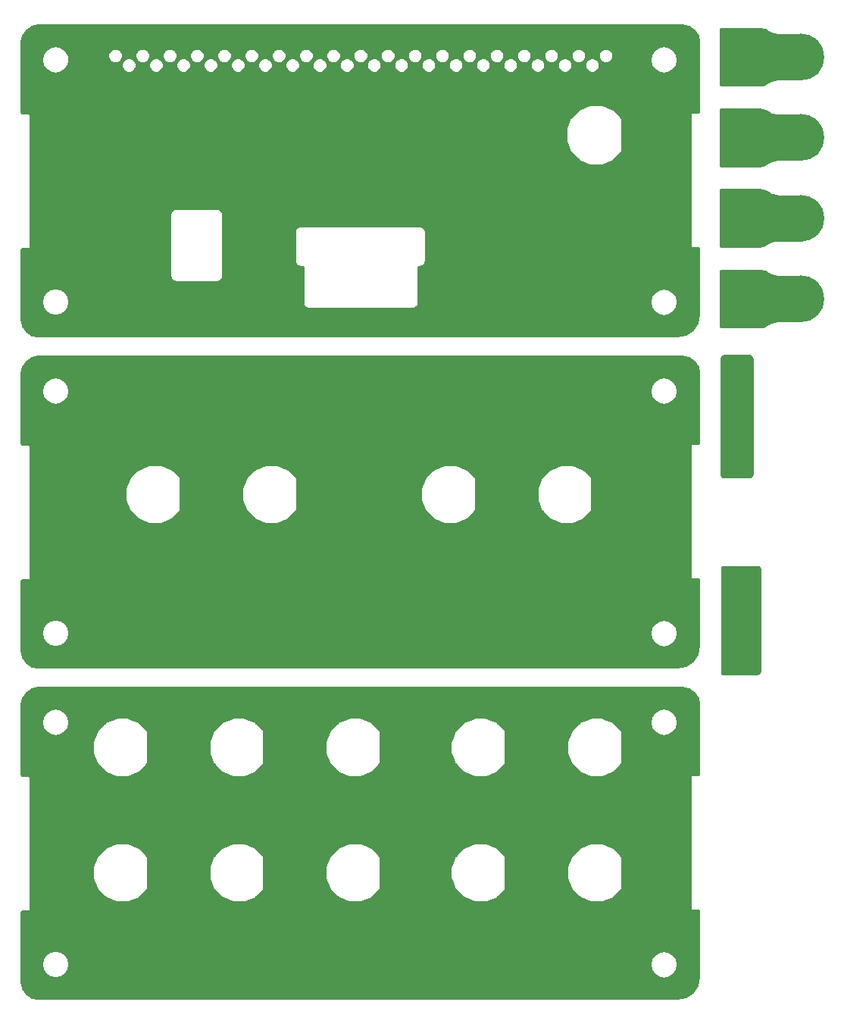
<source format=gbl>
%MOIN*%
%OFA0B0*%
%FSLAX46Y46*%
%IPPOS*%
%LPD*%
%ADD10C,0.005905511811023622*%
%ADD11C,0.031496062992125991*%
%ADD12C,0.01*%
%ADD23C,0.005905511811023622*%
%ADD24C,0.01*%
%ADD35C,0.005905511811023622*%
%ADD36C,0.01*%
%ADD47C,0.005905511811023622*%
%ADD48C,0.20472440944881892*%
%ADD49C,0.01*%
%ADD60C,0.005905511811023622*%
%ADD61C,0.20472440944881892*%
%ADD62C,0.01*%
%ADD73C,0.005905511811023622*%
%ADD74C,0.20472440944881892*%
%ADD75C,0.01*%
%ADD86C,0.005905511811023622*%
%ADD87C,0.20472440944881892*%
%ADD88C,0.01*%
%ADD99C,0.005905511811023622*%
%ADD100C,0.031496062992125991*%
%ADD101C,0.01*%
%ADD112C,0.005905511811023622*%
%ADD113C,0.031496062992125991*%
%ADD114C,0.01*%
%LPD*%
G01G01G01G01G01G01G01G01*
D10*
D11*
X0000000000Y0004291338D02*
X0002382292Y0003804184D03*
X0002402599Y0003879971D03*
X0002458079Y0003935451D03*
X0002533867Y0003955759D03*
X0002609654Y0003935451D03*
X0002665134Y0003879971D03*
X0002685442Y0003804184D03*
X0002665134Y0003728396D03*
X0002609654Y0003672916D03*
X0002533867Y0003652609D03*
X0002458079Y0003672916D03*
X0002402599Y0003728396D03*
D12*
G36*
X0002941019Y0004280264D02*
X0002964781Y0004264387D01*
X0002980657Y0004240626D01*
X0002986338Y0004212067D01*
X0002986338Y0003909192D01*
X0002985752Y0003906245D01*
X0002984384Y0003904198D01*
X0002982336Y0003902830D01*
X0002979389Y0003902244D01*
X0002952755Y0003902244D01*
X0002950691Y0003901833D01*
X0002948941Y0003900664D01*
X0002947772Y0003898914D01*
X0002947362Y0003896850D01*
X0002947362Y0003312598D01*
X0002947772Y0003310534D01*
X0002948941Y0003308784D01*
X0002950691Y0003307614D01*
X0002952755Y0003307204D01*
X0002979389Y0003307204D01*
X0002982336Y0003306617D01*
X0002984384Y0003305250D01*
X0002985752Y0003303202D01*
X0002986338Y0003300256D01*
X0002986338Y0003012342D01*
X0002979189Y0002976399D01*
X0002959130Y0002946380D01*
X0002929111Y0002926322D01*
X0002893169Y0002919173D01*
X0000079271Y0002918779D01*
X0000050712Y0002924459D01*
X0000026951Y0002940336D01*
X0000011074Y0002964097D01*
X0000005393Y0002992657D01*
X0000005393Y0003069488D01*
X0000094803Y0003069488D01*
X0000099409Y0003046331D01*
X0000112526Y0003026699D01*
X0000132158Y0003013582D01*
X0000155314Y0003008976D01*
X0000178471Y0003013582D01*
X0000198103Y0003026699D01*
X0000211220Y0003046331D01*
X0000215826Y0003069488D01*
X0000211220Y0003092645D01*
X0000198103Y0003112276D01*
X0000178471Y0003125393D01*
X0000155314Y0003130000D01*
X0000132158Y0003125393D01*
X0000112526Y0003112276D01*
X0000099409Y0003092645D01*
X0000094803Y0003069488D01*
X0000005393Y0003069488D01*
X0000005393Y0003296318D01*
X0000005979Y0003299265D01*
X0000007348Y0003301313D01*
X0000009395Y0003302681D01*
X0000012342Y0003303267D01*
X0000038976Y0003303267D01*
X0000041040Y0003303678D01*
X0000042789Y0003304846D01*
X0000043959Y0003306596D01*
X0000044370Y0003308661D01*
X0000044370Y0003453625D01*
X0000659772Y0003453625D01*
X0000659772Y0003183940D01*
X0000659906Y0003183267D01*
X0000659906Y0003182580D01*
X0000661405Y0003175047D01*
X0000661405Y0003175047D01*
X0000662444Y0003172535D01*
X0000666712Y0003166149D01*
X0000668635Y0003164225D01*
X0000675021Y0003159959D01*
X0000675021Y0003159959D01*
X0000676493Y0003159350D01*
X0000677533Y0003158919D01*
X0000677533Y0003158919D01*
X0000685066Y0003157420D01*
X0000685752Y0003157420D01*
X0000686426Y0003157286D01*
X0000865560Y0003157286D01*
X0000866233Y0003157420D01*
X0000866918Y0003157420D01*
X0000874452Y0003158919D01*
X0000874452Y0003158919D01*
X0000876964Y0003159959D01*
X0000883351Y0003164225D01*
X0000885273Y0003166149D01*
X0000889540Y0003172535D01*
X0000889540Y0003172535D01*
X0000890581Y0003175047D01*
X0000892079Y0003182580D01*
X0000892079Y0003183267D01*
X0000892213Y0003183940D01*
X0000892213Y0003376853D01*
X0001207016Y0003376853D01*
X0001207016Y0003250868D01*
X0001207150Y0003250196D01*
X0001207150Y0003249509D01*
X0001208649Y0003241976D01*
X0001208649Y0003241976D01*
X0001209689Y0003239464D01*
X0001213956Y0003233078D01*
X0001215879Y0003231155D01*
X0001222265Y0003226888D01*
X0001222265Y0003226888D01*
X0001223737Y0003226279D01*
X0001224777Y0003225848D01*
X0001224777Y0003225848D01*
X0001232310Y0003224349D01*
X0001232997Y0003224349D01*
X0001233670Y0003224215D01*
X0001244418Y0003224215D01*
X0001244418Y0003065830D01*
X0001244552Y0003065156D01*
X0001244552Y0003064470D01*
X0001246050Y0003056937D01*
X0001246050Y0003056937D01*
X0001247091Y0003054425D01*
X0001251358Y0003048039D01*
X0001253280Y0003046116D01*
X0001259667Y0003041848D01*
X0001259667Y0003041848D01*
X0001261138Y0003041239D01*
X0001262179Y0003040807D01*
X0001262179Y0003040807D01*
X0001269712Y0003039310D01*
X0001270398Y0003039310D01*
X0001271071Y0003039176D01*
X0001725796Y0003039176D01*
X0001726469Y0003039310D01*
X0001727155Y0003039310D01*
X0001734688Y0003040807D01*
X0001734689Y0003040807D01*
X0001737201Y0003041848D01*
X0001743587Y0003046116D01*
X0001745509Y0003048039D01*
X0001749777Y0003054425D01*
X0001749777Y0003054425D01*
X0001750817Y0003056937D01*
X0001752315Y0003064470D01*
X0001752315Y0003065156D01*
X0001752449Y0003065830D01*
X0001752449Y0003068503D01*
X0002770984Y0003068503D01*
X0002775590Y0003045347D01*
X0002788707Y0003025715D01*
X0002808339Y0003012598D01*
X0002831496Y0003007992D01*
X0002854652Y0003012598D01*
X0002874284Y0003025715D01*
X0002887401Y0003045347D01*
X0002892006Y0003068503D01*
X0002887401Y0003091660D01*
X0002874284Y0003111292D01*
X0002854652Y0003124409D01*
X0002831496Y0003129015D01*
X0002808339Y0003124409D01*
X0002788707Y0003111292D01*
X0002775590Y0003091660D01*
X0002770984Y0003068503D01*
X0001752449Y0003068503D01*
X0001752449Y0003224215D01*
X0001757292Y0003224215D01*
X0001757965Y0003224349D01*
X0001758650Y0003224349D01*
X0001766185Y0003225848D01*
X0001766185Y0003225848D01*
X0001768697Y0003226888D01*
X0001775083Y0003231155D01*
X0001777005Y0003233078D01*
X0001781273Y0003239464D01*
X0001781273Y0003239464D01*
X0001782312Y0003241976D01*
X0001783812Y0003249509D01*
X0001783812Y0003250196D01*
X0001783945Y0003250868D01*
X0001783945Y0003376853D01*
X0001783812Y0003377526D01*
X0001783812Y0003378213D01*
X0001782312Y0003385746D01*
X0001781273Y0003388258D01*
X0001781273Y0003388258D01*
X0001777005Y0003394644D01*
X0001775083Y0003396567D01*
X0001768697Y0003400834D01*
X0001766185Y0003401874D01*
X0001766185Y0003401874D01*
X0001758650Y0003403373D01*
X0001757965Y0003403373D01*
X0001757292Y0003403507D01*
X0001233670Y0003403507D01*
X0001232997Y0003403373D01*
X0001232310Y0003403373D01*
X0001224777Y0003401874D01*
X0001224777Y0003401874D01*
X0001223790Y0003401466D01*
X0001222265Y0003400834D01*
X0001222265Y0003400834D01*
X0001215879Y0003396567D01*
X0001213956Y0003394644D01*
X0001209689Y0003388258D01*
X0001209689Y0003388258D01*
X0001208649Y0003385746D01*
X0001207150Y0003378213D01*
X0001207150Y0003377526D01*
X0001207016Y0003376853D01*
X0000892213Y0003376853D01*
X0000892213Y0003453625D01*
X0000892079Y0003454298D01*
X0000892079Y0003454984D01*
X0000890581Y0003462517D01*
X0000889540Y0003465029D01*
X0000889540Y0003465029D01*
X0000885273Y0003471416D01*
X0000883350Y0003473337D01*
X0000876964Y0003477606D01*
X0000874452Y0003478646D01*
X0000874452Y0003478646D01*
X0000866918Y0003480144D01*
X0000866233Y0003480144D01*
X0000865560Y0003480278D01*
X0000686426Y0003480278D01*
X0000685752Y0003480144D01*
X0000685066Y0003480144D01*
X0000677533Y0003478646D01*
X0000677533Y0003478646D01*
X0000676545Y0003478237D01*
X0000675021Y0003477606D01*
X0000675021Y0003477606D01*
X0000668635Y0003473337D01*
X0000666712Y0003471416D01*
X0000662444Y0003465029D01*
X0000662444Y0003465029D01*
X0000661405Y0003462517D01*
X0000659906Y0003454984D01*
X0000659906Y0003454298D01*
X0000659772Y0003453625D01*
X0000044370Y0003453625D01*
X0000044370Y0003779419D01*
X0002400361Y0003779419D01*
X0002400961Y0003776375D01*
X0002400962Y0003776375D01*
X0002420000Y0003730214D01*
X0002420000Y0003730214D01*
X0002420230Y0003729869D01*
X0002421720Y0003727631D01*
X0002421720Y0003727631D01*
X0002456975Y0003692270D01*
X0002456975Y0003692270D01*
X0002458009Y0003691576D01*
X0002459552Y0003690542D01*
X0002459553Y0003690542D01*
X0002505655Y0003671364D01*
X0002505656Y0003671363D01*
X0002508698Y0003670753D01*
X0002558631Y0003670678D01*
X0002561675Y0003671279D01*
X0002561676Y0003671279D01*
X0002607836Y0003690317D01*
X0002607837Y0003690317D01*
X0002609387Y0003691350D01*
X0002610419Y0003692037D01*
X0002610419Y0003692038D01*
X0002645781Y0003727292D01*
X0002645783Y0003727297D01*
X0002645788Y0003727301D01*
X0002646652Y0003728592D01*
X0002647509Y0003729869D01*
X0002647510Y0003729876D01*
X0002647513Y0003729881D01*
X0002647811Y0003731376D01*
X0002648118Y0003732912D01*
X0002648117Y0003732918D01*
X0002648118Y0003732924D01*
X0002648118Y0003875443D01*
X0002648118Y0003875444D01*
X0002647513Y0003878487D01*
X0002645788Y0003881067D01*
X0002610750Y0003916107D01*
X0002609456Y0003916971D01*
X0002608181Y0003917825D01*
X0002608170Y0003917830D01*
X0002608170Y0003917830D01*
X0002608170Y0003917830D01*
X0002562078Y0003937003D01*
X0002562078Y0003937003D01*
X0002562078Y0003937003D01*
X0002559645Y0003937492D01*
X0002559035Y0003937614D01*
X0002559035Y0003937614D01*
X0002509102Y0003937690D01*
X0002506058Y0003937089D01*
X0002459897Y0003918050D01*
X0002459897Y0003918050D01*
X0002457314Y0003916330D01*
X0002421953Y0003881076D01*
X0002420225Y0003878498D01*
X0002420225Y0003878498D01*
X0002401046Y0003832395D01*
X0002401046Y0003832395D01*
X0002400436Y0003829352D01*
X0002400361Y0003779419D01*
X0000044370Y0003779419D01*
X0000044370Y0003892913D01*
X0000043959Y0003894977D01*
X0000042789Y0003896727D01*
X0000041040Y0003897896D01*
X0000038976Y0003898307D01*
X0000012342Y0003898307D01*
X0000009395Y0003898893D01*
X0000007348Y0003900261D01*
X0000005979Y0003902308D01*
X0000005393Y0003905255D01*
X0000005393Y0004134448D01*
X0000094803Y0004134448D01*
X0000099409Y0004111290D01*
X0000112526Y0004091660D01*
X0000132158Y0004078543D01*
X0000155314Y0004073937D01*
X0000178471Y0004078543D01*
X0000198103Y0004091660D01*
X0000206206Y0004103788D01*
X0000445998Y0004103788D01*
X0000450944Y0004091817D01*
X0000460095Y0004082650D01*
X0000472058Y0004077682D01*
X0000485010Y0004077670D01*
X0000496982Y0004082617D01*
X0000506148Y0004091768D01*
X0000511116Y0004103731D01*
X0000511116Y0004103788D01*
X0000565899Y0004103788D01*
X0000570846Y0004091817D01*
X0000579997Y0004082650D01*
X0000591959Y0004077682D01*
X0000604912Y0004077670D01*
X0000616883Y0004082617D01*
X0000626050Y0004091768D01*
X0000631017Y0004103731D01*
X0000631017Y0004103788D01*
X0000685800Y0004103788D01*
X0000690746Y0004091817D01*
X0000699898Y0004082650D01*
X0000711860Y0004077682D01*
X0000724814Y0004077670D01*
X0000736785Y0004082617D01*
X0000745952Y0004091768D01*
X0000750919Y0004103731D01*
X0000750919Y0004103788D01*
X0000805703Y0004103788D01*
X0000810649Y0004091817D01*
X0000819800Y0004082650D01*
X0000831762Y0004077682D01*
X0000844715Y0004077670D01*
X0000856685Y0004082617D01*
X0000865853Y0004091768D01*
X0000870821Y0004103731D01*
X0000870821Y0004103788D01*
X0000925603Y0004103788D01*
X0000930549Y0004091817D01*
X0000939701Y0004082650D01*
X0000951663Y0004077682D01*
X0000964617Y0004077670D01*
X0000976588Y0004082617D01*
X0000985755Y0004091768D01*
X0000990722Y0004103731D01*
X0000990722Y0004103788D01*
X0001045506Y0004103788D01*
X0001050452Y0004091817D01*
X0001059603Y0004082650D01*
X0001071566Y0004077682D01*
X0001084518Y0004077670D01*
X0001096490Y0004082617D01*
X0001105657Y0004091768D01*
X0001110624Y0004103731D01*
X0001110624Y0004103788D01*
X0001165407Y0004103788D01*
X0001170354Y0004091817D01*
X0001179505Y0004082650D01*
X0001191467Y0004077682D01*
X0001204420Y0004077670D01*
X0001216391Y0004082617D01*
X0001225558Y0004091768D01*
X0001230525Y0004103731D01*
X0001230525Y0004103788D01*
X0001285309Y0004103788D01*
X0001290255Y0004091817D01*
X0001299406Y0004082650D01*
X0001311369Y0004077682D01*
X0001324322Y0004077670D01*
X0001336293Y0004082617D01*
X0001345460Y0004091768D01*
X0001350427Y0004103731D01*
X0001350427Y0004103788D01*
X0001405210Y0004103788D01*
X0001410156Y0004091817D01*
X0001419308Y0004082650D01*
X0001431270Y0004077682D01*
X0001444223Y0004077670D01*
X0001456194Y0004082617D01*
X0001465361Y0004091768D01*
X0001470328Y0004103731D01*
X0001470329Y0004103788D01*
X0001525112Y0004103788D01*
X0001530058Y0004091817D01*
X0001539209Y0004082650D01*
X0001551172Y0004077682D01*
X0001564125Y0004077670D01*
X0001576096Y0004082617D01*
X0001585263Y0004091768D01*
X0001590230Y0004103731D01*
X0001590230Y0004103788D01*
X0001645014Y0004103788D01*
X0001649959Y0004091817D01*
X0001659111Y0004082650D01*
X0001671073Y0004077682D01*
X0001684026Y0004077670D01*
X0001695997Y0004082617D01*
X0001705164Y0004091768D01*
X0001710132Y0004103731D01*
X0001710132Y0004103788D01*
X0001764915Y0004103788D01*
X0001769862Y0004091817D01*
X0001779012Y0004082650D01*
X0001790975Y0004077682D01*
X0001803928Y0004077670D01*
X0001815899Y0004082617D01*
X0001825066Y0004091768D01*
X0001830033Y0004103731D01*
X0001830033Y0004103788D01*
X0001884817Y0004103788D01*
X0001889762Y0004091817D01*
X0001898914Y0004082650D01*
X0001910877Y0004077682D01*
X0001923829Y0004077670D01*
X0001935801Y0004082617D01*
X0001944968Y0004091768D01*
X0001949935Y0004103731D01*
X0001949935Y0004103788D01*
X0002004718Y0004103788D01*
X0002009665Y0004091817D01*
X0002018816Y0004082650D01*
X0002030778Y0004077682D01*
X0002043731Y0004077670D01*
X0002055702Y0004082617D01*
X0002064868Y0004091768D01*
X0002069836Y0004103731D01*
X0002069836Y0004103788D01*
X0002124620Y0004103788D01*
X0002129566Y0004091817D01*
X0002138717Y0004082650D01*
X0002150680Y0004077682D01*
X0002163633Y0004077670D01*
X0002175604Y0004082617D01*
X0002184771Y0004091768D01*
X0002189738Y0004103731D01*
X0002189738Y0004103788D01*
X0002244521Y0004103788D01*
X0002249468Y0004091817D01*
X0002258619Y0004082650D01*
X0002270581Y0004077682D01*
X0002283534Y0004077670D01*
X0002295505Y0004082617D01*
X0002304672Y0004091768D01*
X0002309640Y0004103731D01*
X0002309640Y0004103788D01*
X0002364423Y0004103788D01*
X0002369369Y0004091817D01*
X0002378520Y0004082650D01*
X0002390483Y0004077682D01*
X0002403436Y0004077670D01*
X0002415407Y0004082617D01*
X0002424574Y0004091768D01*
X0002429541Y0004103731D01*
X0002429541Y0004103788D01*
X0002484325Y0004103788D01*
X0002489271Y0004091817D01*
X0002498422Y0004082650D01*
X0002510384Y0004077682D01*
X0002523337Y0004077670D01*
X0002535308Y0004082617D01*
X0002544475Y0004091768D01*
X0002549442Y0004103731D01*
X0002549454Y0004116684D01*
X0002544508Y0004128655D01*
X0002535357Y0004137822D01*
X0002523394Y0004142788D01*
X0002510441Y0004142800D01*
X0002498470Y0004137854D01*
X0002489303Y0004128703D01*
X0002484336Y0004116741D01*
X0002484325Y0004103788D01*
X0002429541Y0004103788D01*
X0002429552Y0004116684D01*
X0002424606Y0004128655D01*
X0002415455Y0004137822D01*
X0002403492Y0004142788D01*
X0002390540Y0004142800D01*
X0002378569Y0004137854D01*
X0002369402Y0004128703D01*
X0002364434Y0004116741D01*
X0002364423Y0004103788D01*
X0002309640Y0004103788D01*
X0002309651Y0004116684D01*
X0002304704Y0004128655D01*
X0002295553Y0004137822D01*
X0002283591Y0004142788D01*
X0002270638Y0004142800D01*
X0002258667Y0004137854D01*
X0002249500Y0004128703D01*
X0002244533Y0004116741D01*
X0002244521Y0004103788D01*
X0002189738Y0004103788D01*
X0002189749Y0004116684D01*
X0002184803Y0004128655D01*
X0002175652Y0004137822D01*
X0002163689Y0004142788D01*
X0002150737Y0004142800D01*
X0002138765Y0004137854D01*
X0002129598Y0004128703D01*
X0002124631Y0004116741D01*
X0002124620Y0004103788D01*
X0002069836Y0004103788D01*
X0002069848Y0004116684D01*
X0002064900Y0004128655D01*
X0002055750Y0004137822D01*
X0002043788Y0004142788D01*
X0002030835Y0004142800D01*
X0002018864Y0004137854D01*
X0002009697Y0004128703D01*
X0002004730Y0004116741D01*
X0002004718Y0004103788D01*
X0001949935Y0004103788D01*
X0001949946Y0004116684D01*
X0001945000Y0004128655D01*
X0001935849Y0004137822D01*
X0001923886Y0004142788D01*
X0001910931Y0004142800D01*
X0001898962Y0004137854D01*
X0001889795Y0004128703D01*
X0001884828Y0004116741D01*
X0001884817Y0004103788D01*
X0001830033Y0004103788D01*
X0001830045Y0004116684D01*
X0001825098Y0004128655D01*
X0001815947Y0004137822D01*
X0001803985Y0004142788D01*
X0001791032Y0004142800D01*
X0001779061Y0004137854D01*
X0001769894Y0004128703D01*
X0001764926Y0004116741D01*
X0001764915Y0004103788D01*
X0001710132Y0004103788D01*
X0001710143Y0004116684D01*
X0001705197Y0004128655D01*
X0001696046Y0004137822D01*
X0001684083Y0004142788D01*
X0001671128Y0004142800D01*
X0001659159Y0004137854D01*
X0001649992Y0004128703D01*
X0001645025Y0004116741D01*
X0001645014Y0004103788D01*
X0001590230Y0004103788D01*
X0001590241Y0004116684D01*
X0001585295Y0004128655D01*
X0001576144Y0004137822D01*
X0001564181Y0004142788D01*
X0001551229Y0004142800D01*
X0001539258Y0004137854D01*
X0001530091Y0004128703D01*
X0001525123Y0004116741D01*
X0001525112Y0004103788D01*
X0001470329Y0004103788D01*
X0001470340Y0004116684D01*
X0001465393Y0004128655D01*
X0001456242Y0004137822D01*
X0001444280Y0004142788D01*
X0001431325Y0004142800D01*
X0001419356Y0004137854D01*
X0001410189Y0004128703D01*
X0001405222Y0004116741D01*
X0001405210Y0004103788D01*
X0001350427Y0004103788D01*
X0001350438Y0004116684D01*
X0001345492Y0004128655D01*
X0001336341Y0004137822D01*
X0001324378Y0004142788D01*
X0001311426Y0004142800D01*
X0001299454Y0004137854D01*
X0001290287Y0004128703D01*
X0001285320Y0004116741D01*
X0001285309Y0004103788D01*
X0001230525Y0004103788D01*
X0001230537Y0004116684D01*
X0001225590Y0004128655D01*
X0001216439Y0004137822D01*
X0001204477Y0004142788D01*
X0001191524Y0004142800D01*
X0001179553Y0004137854D01*
X0001170386Y0004128703D01*
X0001165419Y0004116741D01*
X0001165407Y0004103788D01*
X0001110624Y0004103788D01*
X0001110635Y0004116684D01*
X0001105689Y0004128655D01*
X0001096538Y0004137822D01*
X0001084575Y0004142788D01*
X0001071622Y0004142800D01*
X0001059651Y0004137854D01*
X0001050484Y0004128703D01*
X0001045517Y0004116741D01*
X0001045506Y0004103788D01*
X0000990722Y0004103788D01*
X0000990733Y0004116684D01*
X0000985787Y0004128655D01*
X0000976636Y0004137822D01*
X0000964674Y0004142788D01*
X0000951721Y0004142800D01*
X0000939749Y0004137854D01*
X0000930583Y0004128703D01*
X0000925615Y0004116741D01*
X0000925603Y0004103788D01*
X0000870821Y0004103788D01*
X0000870832Y0004116684D01*
X0000865886Y0004128655D01*
X0000856735Y0004137822D01*
X0000844771Y0004142788D01*
X0000831819Y0004142800D01*
X0000819847Y0004137854D01*
X0000810681Y0004128703D01*
X0000805714Y0004116741D01*
X0000805703Y0004103788D01*
X0000750919Y0004103788D01*
X0000750930Y0004116684D01*
X0000745984Y0004128655D01*
X0000736833Y0004137822D01*
X0000724869Y0004142788D01*
X0000711918Y0004142800D01*
X0000699946Y0004137854D01*
X0000690780Y0004128703D01*
X0000685812Y0004116741D01*
X0000685800Y0004103788D01*
X0000631017Y0004103788D01*
X0000631028Y0004116684D01*
X0000626082Y0004128655D01*
X0000616931Y0004137822D01*
X0000604969Y0004142788D01*
X0000592016Y0004142800D01*
X0000580045Y0004137854D01*
X0000570878Y0004128703D01*
X0000565911Y0004116741D01*
X0000565899Y0004103788D01*
X0000511116Y0004103788D01*
X0000511127Y0004116684D01*
X0000506181Y0004128655D01*
X0000497030Y0004137822D01*
X0000485067Y0004142788D01*
X0000472115Y0004142800D01*
X0000460143Y0004137854D01*
X0000450976Y0004128703D01*
X0000446008Y0004116741D01*
X0000445998Y0004103788D01*
X0000206206Y0004103788D01*
X0000211220Y0004111290D01*
X0000215826Y0004134448D01*
X0000213624Y0004145520D01*
X0000386155Y0004145520D01*
X0000391102Y0004133549D01*
X0000400253Y0004124382D01*
X0000412215Y0004119415D01*
X0000425168Y0004119403D01*
X0000437139Y0004124348D01*
X0000446306Y0004133501D01*
X0000451273Y0004145463D01*
X0000451273Y0004145520D01*
X0000506057Y0004145520D01*
X0000511003Y0004133549D01*
X0000520154Y0004124382D01*
X0000532117Y0004119415D01*
X0000545070Y0004119403D01*
X0000557041Y0004124348D01*
X0000566208Y0004133501D01*
X0000571175Y0004145463D01*
X0000571175Y0004145520D01*
X0000625958Y0004145520D01*
X0000630905Y0004133549D01*
X0000640056Y0004124382D01*
X0000652018Y0004119415D01*
X0000664971Y0004119403D01*
X0000676942Y0004124348D01*
X0000686109Y0004133501D01*
X0000691077Y0004145463D01*
X0000691077Y0004145520D01*
X0000745860Y0004145520D01*
X0000750806Y0004133549D01*
X0000759957Y0004124382D01*
X0000771920Y0004119415D01*
X0000784873Y0004119403D01*
X0000796844Y0004124348D01*
X0000806011Y0004133501D01*
X0000810978Y0004145463D01*
X0000810978Y0004145520D01*
X0000865762Y0004145520D01*
X0000870708Y0004133549D01*
X0000879859Y0004124382D01*
X0000891821Y0004119415D01*
X0000904774Y0004119403D01*
X0000916745Y0004124348D01*
X0000925912Y0004133501D01*
X0000930880Y0004145463D01*
X0000930880Y0004145520D01*
X0000985663Y0004145520D01*
X0000990610Y0004133549D01*
X0000999761Y0004124382D01*
X0001011722Y0004119415D01*
X0001024675Y0004119403D01*
X0001036647Y0004124348D01*
X0001045814Y0004133501D01*
X0001050781Y0004145463D01*
X0001050781Y0004145520D01*
X0001105565Y0004145520D01*
X0001110511Y0004133549D01*
X0001119662Y0004124382D01*
X0001131625Y0004119415D01*
X0001144577Y0004119403D01*
X0001156549Y0004124348D01*
X0001165716Y0004133501D01*
X0001170683Y0004145463D01*
X0001170683Y0004145520D01*
X0001225466Y0004145520D01*
X0001230413Y0004133549D01*
X0001239564Y0004124382D01*
X0001251526Y0004119415D01*
X0001264479Y0004119403D01*
X0001276450Y0004124348D01*
X0001285615Y0004133501D01*
X0001290582Y0004145463D01*
X0001290582Y0004145520D01*
X0001345368Y0004145520D01*
X0001350314Y0004133549D01*
X0001359465Y0004124382D01*
X0001371428Y0004119415D01*
X0001384381Y0004119403D01*
X0001396352Y0004124348D01*
X0001405519Y0004133501D01*
X0001410486Y0004145463D01*
X0001410486Y0004145520D01*
X0001465269Y0004145520D01*
X0001470216Y0004133549D01*
X0001479367Y0004124382D01*
X0001491329Y0004119415D01*
X0001504282Y0004119403D01*
X0001516253Y0004124348D01*
X0001525418Y0004133501D01*
X0001530388Y0004145463D01*
X0001530388Y0004145520D01*
X0001585171Y0004145520D01*
X0001590117Y0004133549D01*
X0001599268Y0004124382D01*
X0001611231Y0004119415D01*
X0001624184Y0004119403D01*
X0001636155Y0004124348D01*
X0001645322Y0004133501D01*
X0001650289Y0004145463D01*
X0001650289Y0004145520D01*
X0001705073Y0004145520D01*
X0001710019Y0004133549D01*
X0001719170Y0004124382D01*
X0001731132Y0004119415D01*
X0001744085Y0004119403D01*
X0001756056Y0004124348D01*
X0001765221Y0004133501D01*
X0001770191Y0004145463D01*
X0001770191Y0004145520D01*
X0001824974Y0004145520D01*
X0001829921Y0004133549D01*
X0001839072Y0004124382D01*
X0001851034Y0004119415D01*
X0001863987Y0004119403D01*
X0001875958Y0004124348D01*
X0001885125Y0004133501D01*
X0001890092Y0004145463D01*
X0001890092Y0004145520D01*
X0001944876Y0004145520D01*
X0001949822Y0004133549D01*
X0001958973Y0004124382D01*
X0001970936Y0004119415D01*
X0001983888Y0004119403D01*
X0001995860Y0004124348D01*
X0002005027Y0004133501D01*
X0002009993Y0004145463D01*
X0002009993Y0004145520D01*
X0002064776Y0004145520D01*
X0002069724Y0004133549D01*
X0002078875Y0004124382D01*
X0002090837Y0004119415D01*
X0002103790Y0004119403D01*
X0002115761Y0004124348D01*
X0002124928Y0004133501D01*
X0002129895Y0004145463D01*
X0002129895Y0004145520D01*
X0002184679Y0004145520D01*
X0002189625Y0004133549D01*
X0002198776Y0004124382D01*
X0002210739Y0004119415D01*
X0002223692Y0004119403D01*
X0002235663Y0004124348D01*
X0002244830Y0004133501D01*
X0002249797Y0004145463D01*
X0002249797Y0004145520D01*
X0002304580Y0004145520D01*
X0002309527Y0004133549D01*
X0002318678Y0004124382D01*
X0002330640Y0004119415D01*
X0002343593Y0004119403D01*
X0002355564Y0004124348D01*
X0002364731Y0004133501D01*
X0002369699Y0004145463D01*
X0002369699Y0004145520D01*
X0002424482Y0004145520D01*
X0002429428Y0004133549D01*
X0002438579Y0004124382D01*
X0002450542Y0004119415D01*
X0002463495Y0004119403D01*
X0002475466Y0004124348D01*
X0002484633Y0004133501D01*
X0002489600Y0004145463D01*
X0002489600Y0004145520D01*
X0002544384Y0004145520D01*
X0002549330Y0004133549D01*
X0002558481Y0004124382D01*
X0002570443Y0004119415D01*
X0002583396Y0004119403D01*
X0002595367Y0004124348D01*
X0002604534Y0004133501D01*
X0002604928Y0004134448D01*
X0002771968Y0004134448D01*
X0002776574Y0004111290D01*
X0002789692Y0004091660D01*
X0002809323Y0004078543D01*
X0002832480Y0004073937D01*
X0002855637Y0004078543D01*
X0002875268Y0004091660D01*
X0002888385Y0004111290D01*
X0002892991Y0004134448D01*
X0002888385Y0004157605D01*
X0002875268Y0004177237D01*
X0002855637Y0004190354D01*
X0002832480Y0004194960D01*
X0002809323Y0004190354D01*
X0002789692Y0004177237D01*
X0002776574Y0004157605D01*
X0002771968Y0004134448D01*
X0002604928Y0004134448D01*
X0002609502Y0004145463D01*
X0002609512Y0004158416D01*
X0002604567Y0004170387D01*
X0002595416Y0004179554D01*
X0002583453Y0004184521D01*
X0002570500Y0004184533D01*
X0002558529Y0004179585D01*
X0002549362Y0004170435D01*
X0002544395Y0004158473D01*
X0002544384Y0004145520D01*
X0002489600Y0004145520D01*
X0002489611Y0004158416D01*
X0002484665Y0004170387D01*
X0002475514Y0004179554D01*
X0002463552Y0004184521D01*
X0002450599Y0004184533D01*
X0002438628Y0004179585D01*
X0002429461Y0004170435D01*
X0002424493Y0004158473D01*
X0002424482Y0004145520D01*
X0002369699Y0004145520D01*
X0002369710Y0004158416D01*
X0002364763Y0004170387D01*
X0002355612Y0004179554D01*
X0002343650Y0004184521D01*
X0002330697Y0004184533D01*
X0002318726Y0004179585D01*
X0002309559Y0004170435D01*
X0002304592Y0004158473D01*
X0002304580Y0004145520D01*
X0002249797Y0004145520D01*
X0002249808Y0004158416D01*
X0002244862Y0004170387D01*
X0002235711Y0004179554D01*
X0002223748Y0004184521D01*
X0002210796Y0004184533D01*
X0002198824Y0004179585D01*
X0002189657Y0004170435D01*
X0002184690Y0004158473D01*
X0002184679Y0004145520D01*
X0002129895Y0004145520D01*
X0002129907Y0004158416D01*
X0002124960Y0004170387D01*
X0002115809Y0004179554D01*
X0002103847Y0004184521D01*
X0002090894Y0004184533D01*
X0002078923Y0004179585D01*
X0002069756Y0004170435D01*
X0002064789Y0004158473D01*
X0002064776Y0004145520D01*
X0002009993Y0004145520D01*
X0002010005Y0004158416D01*
X0002005059Y0004170387D01*
X0001995908Y0004179554D01*
X0001983945Y0004184521D01*
X0001970992Y0004184533D01*
X0001959021Y0004179585D01*
X0001949853Y0004170435D01*
X0001944886Y0004158473D01*
X0001944876Y0004145520D01*
X0001890092Y0004145520D01*
X0001890104Y0004158416D01*
X0001885157Y0004170387D01*
X0001876006Y0004179554D01*
X0001864044Y0004184521D01*
X0001851091Y0004184533D01*
X0001839120Y0004179585D01*
X0001829953Y0004170435D01*
X0001824985Y0004158473D01*
X0001824974Y0004145520D01*
X0001770191Y0004145520D01*
X0001770202Y0004158416D01*
X0001765256Y0004170387D01*
X0001756105Y0004179554D01*
X0001744142Y0004184521D01*
X0001731189Y0004184533D01*
X0001719218Y0004179585D01*
X0001710050Y0004170435D01*
X0001705083Y0004158473D01*
X0001705073Y0004145520D01*
X0001650289Y0004145520D01*
X0001650300Y0004158416D01*
X0001645354Y0004170387D01*
X0001636203Y0004179554D01*
X0001624241Y0004184521D01*
X0001611288Y0004184533D01*
X0001599317Y0004179585D01*
X0001590150Y0004170435D01*
X0001585182Y0004158473D01*
X0001585171Y0004145520D01*
X0001530388Y0004145520D01*
X0001530399Y0004158416D01*
X0001525452Y0004170387D01*
X0001516301Y0004179554D01*
X0001504339Y0004184521D01*
X0001491386Y0004184533D01*
X0001479415Y0004179585D01*
X0001470247Y0004170435D01*
X0001465280Y0004158473D01*
X0001465269Y0004145520D01*
X0001410486Y0004145520D01*
X0001410497Y0004158416D01*
X0001405551Y0004170387D01*
X0001396400Y0004179554D01*
X0001384437Y0004184521D01*
X0001371485Y0004184533D01*
X0001359513Y0004179585D01*
X0001350346Y0004170435D01*
X0001345379Y0004158473D01*
X0001345368Y0004145520D01*
X0001290582Y0004145520D01*
X0001290596Y0004158416D01*
X0001285649Y0004170387D01*
X0001276498Y0004179554D01*
X0001264536Y0004184521D01*
X0001251583Y0004184533D01*
X0001239612Y0004179585D01*
X0001230445Y0004170435D01*
X0001225478Y0004158473D01*
X0001225466Y0004145520D01*
X0001170683Y0004145520D01*
X0001170694Y0004158416D01*
X0001165748Y0004170387D01*
X0001156597Y0004179554D01*
X0001144634Y0004184521D01*
X0001131681Y0004184533D01*
X0001119710Y0004179585D01*
X0001110543Y0004170435D01*
X0001105576Y0004158473D01*
X0001105565Y0004145520D01*
X0001050781Y0004145520D01*
X0001050793Y0004158416D01*
X0001045846Y0004170387D01*
X0001036694Y0004179554D01*
X0001024732Y0004184521D01*
X0001011779Y0004184533D01*
X0000999809Y0004179585D01*
X0000990642Y0004170435D01*
X0000985674Y0004158473D01*
X0000985663Y0004145520D01*
X0000930880Y0004145520D01*
X0000930891Y0004158416D01*
X0000925945Y0004170387D01*
X0000916794Y0004179554D01*
X0000904831Y0004184521D01*
X0000891878Y0004184533D01*
X0000879907Y0004179585D01*
X0000870740Y0004170435D01*
X0000865773Y0004158473D01*
X0000865762Y0004145520D01*
X0000810978Y0004145520D01*
X0000810989Y0004158416D01*
X0000806043Y0004170387D01*
X0000796892Y0004179554D01*
X0000784930Y0004184521D01*
X0000771977Y0004184533D01*
X0000760006Y0004179585D01*
X0000750839Y0004170435D01*
X0000745871Y0004158473D01*
X0000745860Y0004145520D01*
X0000691077Y0004145520D01*
X0000691088Y0004158416D01*
X0000686141Y0004170387D01*
X0000676990Y0004179554D01*
X0000665028Y0004184521D01*
X0000652075Y0004184533D01*
X0000640104Y0004179585D01*
X0000630937Y0004170435D01*
X0000625970Y0004158473D01*
X0000625958Y0004145520D01*
X0000571175Y0004145520D01*
X0000571186Y0004158416D01*
X0000566240Y0004170387D01*
X0000557089Y0004179554D01*
X0000545126Y0004184521D01*
X0000532174Y0004184533D01*
X0000520202Y0004179585D01*
X0000511035Y0004170435D01*
X0000506067Y0004158473D01*
X0000506057Y0004145520D01*
X0000451273Y0004145520D01*
X0000451285Y0004158416D01*
X0000446338Y0004170387D01*
X0000437187Y0004179554D01*
X0000425225Y0004184521D01*
X0000412272Y0004184533D01*
X0000400301Y0004179585D01*
X0000391134Y0004170435D01*
X0000386167Y0004158473D01*
X0000386155Y0004145520D01*
X0000213624Y0004145520D01*
X0000211220Y0004157605D01*
X0000198103Y0004177237D01*
X0000178471Y0004190354D01*
X0000155314Y0004194960D01*
X0000132158Y0004190354D01*
X0000112526Y0004177237D01*
X0000099409Y0004157605D01*
X0000094803Y0004134448D01*
X0000005393Y0004134448D01*
X0000005393Y0004212067D01*
X0000011074Y0004240626D01*
X0000026951Y0004264387D01*
X0000050712Y0004280264D01*
X0000079271Y0004285944D01*
X0002912459Y0004285944D01*
X0002941019Y0004280264D01*
X0002941019Y0004280264D01*
G37*
X0002941019Y0004280264D02*
X0002964781Y0004264387D01*
X0002980657Y0004240626D01*
X0002986338Y0004212067D01*
X0002986338Y0003909192D01*
X0002985752Y0003906245D01*
X0002984384Y0003904198D01*
X0002982336Y0003902830D01*
X0002979389Y0003902244D01*
X0002952755Y0003902244D01*
X0002950691Y0003901833D01*
X0002948941Y0003900664D01*
X0002947772Y0003898914D01*
X0002947362Y0003896850D01*
X0002947362Y0003312598D01*
X0002947772Y0003310534D01*
X0002948941Y0003308784D01*
X0002950691Y0003307614D01*
X0002952755Y0003307204D01*
X0002979389Y0003307204D01*
X0002982336Y0003306617D01*
X0002984384Y0003305250D01*
X0002985752Y0003303202D01*
X0002986338Y0003300256D01*
X0002986338Y0003012342D01*
X0002979189Y0002976399D01*
X0002959130Y0002946380D01*
X0002929111Y0002926322D01*
X0002893169Y0002919173D01*
X0000079271Y0002918779D01*
X0000050712Y0002924459D01*
X0000026951Y0002940336D01*
X0000011074Y0002964097D01*
X0000005393Y0002992657D01*
X0000005393Y0003069488D01*
X0000094803Y0003069488D01*
X0000099409Y0003046331D01*
X0000112526Y0003026699D01*
X0000132158Y0003013582D01*
X0000155314Y0003008976D01*
X0000178471Y0003013582D01*
X0000198103Y0003026699D01*
X0000211220Y0003046331D01*
X0000215826Y0003069488D01*
X0000211220Y0003092645D01*
X0000198103Y0003112276D01*
X0000178471Y0003125393D01*
X0000155314Y0003130000D01*
X0000132158Y0003125393D01*
X0000112526Y0003112276D01*
X0000099409Y0003092645D01*
X0000094803Y0003069488D01*
X0000005393Y0003069488D01*
X0000005393Y0003296318D01*
X0000005979Y0003299265D01*
X0000007348Y0003301313D01*
X0000009395Y0003302681D01*
X0000012342Y0003303267D01*
X0000038976Y0003303267D01*
X0000041040Y0003303678D01*
X0000042789Y0003304846D01*
X0000043959Y0003306596D01*
X0000044370Y0003308661D01*
X0000044370Y0003453625D01*
X0000659772Y0003453625D01*
X0000659772Y0003183940D01*
X0000659906Y0003183267D01*
X0000659906Y0003182580D01*
X0000661405Y0003175047D01*
X0000661405Y0003175047D01*
X0000662444Y0003172535D01*
X0000666712Y0003166149D01*
X0000668635Y0003164225D01*
X0000675021Y0003159959D01*
X0000675021Y0003159959D01*
X0000676493Y0003159350D01*
X0000677533Y0003158919D01*
X0000677533Y0003158919D01*
X0000685066Y0003157420D01*
X0000685752Y0003157420D01*
X0000686426Y0003157286D01*
X0000865560Y0003157286D01*
X0000866233Y0003157420D01*
X0000866918Y0003157420D01*
X0000874452Y0003158919D01*
X0000874452Y0003158919D01*
X0000876964Y0003159959D01*
X0000883351Y0003164225D01*
X0000885273Y0003166149D01*
X0000889540Y0003172535D01*
X0000889540Y0003172535D01*
X0000890581Y0003175047D01*
X0000892079Y0003182580D01*
X0000892079Y0003183267D01*
X0000892213Y0003183940D01*
X0000892213Y0003376853D01*
X0001207016Y0003376853D01*
X0001207016Y0003250868D01*
X0001207150Y0003250196D01*
X0001207150Y0003249509D01*
X0001208649Y0003241976D01*
X0001208649Y0003241976D01*
X0001209689Y0003239464D01*
X0001213956Y0003233078D01*
X0001215879Y0003231155D01*
X0001222265Y0003226888D01*
X0001222265Y0003226888D01*
X0001223737Y0003226279D01*
X0001224777Y0003225848D01*
X0001224777Y0003225848D01*
X0001232310Y0003224349D01*
X0001232997Y0003224349D01*
X0001233670Y0003224215D01*
X0001244418Y0003224215D01*
X0001244418Y0003065830D01*
X0001244552Y0003065156D01*
X0001244552Y0003064470D01*
X0001246050Y0003056937D01*
X0001246050Y0003056937D01*
X0001247091Y0003054425D01*
X0001251358Y0003048039D01*
X0001253280Y0003046116D01*
X0001259667Y0003041848D01*
X0001259667Y0003041848D01*
X0001261138Y0003041239D01*
X0001262179Y0003040807D01*
X0001262179Y0003040807D01*
X0001269712Y0003039310D01*
X0001270398Y0003039310D01*
X0001271071Y0003039176D01*
X0001725796Y0003039176D01*
X0001726469Y0003039310D01*
X0001727155Y0003039310D01*
X0001734688Y0003040807D01*
X0001734689Y0003040807D01*
X0001737201Y0003041848D01*
X0001743587Y0003046116D01*
X0001745509Y0003048039D01*
X0001749777Y0003054425D01*
X0001749777Y0003054425D01*
X0001750817Y0003056937D01*
X0001752315Y0003064470D01*
X0001752315Y0003065156D01*
X0001752449Y0003065830D01*
X0001752449Y0003068503D01*
X0002770984Y0003068503D01*
X0002775590Y0003045347D01*
X0002788707Y0003025715D01*
X0002808339Y0003012598D01*
X0002831496Y0003007992D01*
X0002854652Y0003012598D01*
X0002874284Y0003025715D01*
X0002887401Y0003045347D01*
X0002892006Y0003068503D01*
X0002887401Y0003091660D01*
X0002874284Y0003111292D01*
X0002854652Y0003124409D01*
X0002831496Y0003129015D01*
X0002808339Y0003124409D01*
X0002788707Y0003111292D01*
X0002775590Y0003091660D01*
X0002770984Y0003068503D01*
X0001752449Y0003068503D01*
X0001752449Y0003224215D01*
X0001757292Y0003224215D01*
X0001757965Y0003224349D01*
X0001758650Y0003224349D01*
X0001766185Y0003225848D01*
X0001766185Y0003225848D01*
X0001768697Y0003226888D01*
X0001775083Y0003231155D01*
X0001777005Y0003233078D01*
X0001781273Y0003239464D01*
X0001781273Y0003239464D01*
X0001782312Y0003241976D01*
X0001783812Y0003249509D01*
X0001783812Y0003250196D01*
X0001783945Y0003250868D01*
X0001783945Y0003376853D01*
X0001783812Y0003377526D01*
X0001783812Y0003378213D01*
X0001782312Y0003385746D01*
X0001781273Y0003388258D01*
X0001781273Y0003388258D01*
X0001777005Y0003394644D01*
X0001775083Y0003396567D01*
X0001768697Y0003400834D01*
X0001766185Y0003401874D01*
X0001766185Y0003401874D01*
X0001758650Y0003403373D01*
X0001757965Y0003403373D01*
X0001757292Y0003403507D01*
X0001233670Y0003403507D01*
X0001232997Y0003403373D01*
X0001232310Y0003403373D01*
X0001224777Y0003401874D01*
X0001224777Y0003401874D01*
X0001223790Y0003401466D01*
X0001222265Y0003400834D01*
X0001222265Y0003400834D01*
X0001215879Y0003396567D01*
X0001213956Y0003394644D01*
X0001209689Y0003388258D01*
X0001209689Y0003388258D01*
X0001208649Y0003385746D01*
X0001207150Y0003378213D01*
X0001207150Y0003377526D01*
X0001207016Y0003376853D01*
X0000892213Y0003376853D01*
X0000892213Y0003453625D01*
X0000892079Y0003454298D01*
X0000892079Y0003454984D01*
X0000890581Y0003462517D01*
X0000889540Y0003465029D01*
X0000889540Y0003465029D01*
X0000885273Y0003471416D01*
X0000883350Y0003473337D01*
X0000876964Y0003477606D01*
X0000874452Y0003478646D01*
X0000874452Y0003478646D01*
X0000866918Y0003480144D01*
X0000866233Y0003480144D01*
X0000865560Y0003480278D01*
X0000686426Y0003480278D01*
X0000685752Y0003480144D01*
X0000685066Y0003480144D01*
X0000677533Y0003478646D01*
X0000677533Y0003478646D01*
X0000676545Y0003478237D01*
X0000675021Y0003477606D01*
X0000675021Y0003477606D01*
X0000668635Y0003473337D01*
X0000666712Y0003471416D01*
X0000662444Y0003465029D01*
X0000662444Y0003465029D01*
X0000661405Y0003462517D01*
X0000659906Y0003454984D01*
X0000659906Y0003454298D01*
X0000659772Y0003453625D01*
X0000044370Y0003453625D01*
X0000044370Y0003779419D01*
X0002400361Y0003779419D01*
X0002400961Y0003776375D01*
X0002400962Y0003776375D01*
X0002420000Y0003730214D01*
X0002420000Y0003730214D01*
X0002420230Y0003729869D01*
X0002421720Y0003727631D01*
X0002421720Y0003727631D01*
X0002456975Y0003692270D01*
X0002456975Y0003692270D01*
X0002458009Y0003691576D01*
X0002459552Y0003690542D01*
X0002459553Y0003690542D01*
X0002505655Y0003671364D01*
X0002505656Y0003671363D01*
X0002508698Y0003670753D01*
X0002558631Y0003670678D01*
X0002561675Y0003671279D01*
X0002561676Y0003671279D01*
X0002607836Y0003690317D01*
X0002607837Y0003690317D01*
X0002609387Y0003691350D01*
X0002610419Y0003692037D01*
X0002610419Y0003692038D01*
X0002645781Y0003727292D01*
X0002645783Y0003727297D01*
X0002645788Y0003727301D01*
X0002646652Y0003728592D01*
X0002647509Y0003729869D01*
X0002647510Y0003729876D01*
X0002647513Y0003729881D01*
X0002647811Y0003731376D01*
X0002648118Y0003732912D01*
X0002648117Y0003732918D01*
X0002648118Y0003732924D01*
X0002648118Y0003875443D01*
X0002648118Y0003875444D01*
X0002647513Y0003878487D01*
X0002645788Y0003881067D01*
X0002610750Y0003916107D01*
X0002609456Y0003916971D01*
X0002608181Y0003917825D01*
X0002608170Y0003917830D01*
X0002608170Y0003917830D01*
X0002608170Y0003917830D01*
X0002562078Y0003937003D01*
X0002562078Y0003937003D01*
X0002562078Y0003937003D01*
X0002559645Y0003937492D01*
X0002559035Y0003937614D01*
X0002559035Y0003937614D01*
X0002509102Y0003937690D01*
X0002506058Y0003937089D01*
X0002459897Y0003918050D01*
X0002459897Y0003918050D01*
X0002457314Y0003916330D01*
X0002421953Y0003881076D01*
X0002420225Y0003878498D01*
X0002420225Y0003878498D01*
X0002401046Y0003832395D01*
X0002401046Y0003832395D01*
X0002400436Y0003829352D01*
X0002400361Y0003779419D01*
X0000044370Y0003779419D01*
X0000044370Y0003892913D01*
X0000043959Y0003894977D01*
X0000042789Y0003896727D01*
X0000041040Y0003897896D01*
X0000038976Y0003898307D01*
X0000012342Y0003898307D01*
X0000009395Y0003898893D01*
X0000007348Y0003900261D01*
X0000005979Y0003902308D01*
X0000005393Y0003905255D01*
X0000005393Y0004134448D01*
X0000094803Y0004134448D01*
X0000099409Y0004111290D01*
X0000112526Y0004091660D01*
X0000132158Y0004078543D01*
X0000155314Y0004073937D01*
X0000178471Y0004078543D01*
X0000198103Y0004091660D01*
X0000206206Y0004103788D01*
X0000445998Y0004103788D01*
X0000450944Y0004091817D01*
X0000460095Y0004082650D01*
X0000472058Y0004077682D01*
X0000485010Y0004077670D01*
X0000496982Y0004082617D01*
X0000506148Y0004091768D01*
X0000511116Y0004103731D01*
X0000511116Y0004103788D01*
X0000565899Y0004103788D01*
X0000570846Y0004091817D01*
X0000579997Y0004082650D01*
X0000591959Y0004077682D01*
X0000604912Y0004077670D01*
X0000616883Y0004082617D01*
X0000626050Y0004091768D01*
X0000631017Y0004103731D01*
X0000631017Y0004103788D01*
X0000685800Y0004103788D01*
X0000690746Y0004091817D01*
X0000699898Y0004082650D01*
X0000711860Y0004077682D01*
X0000724814Y0004077670D01*
X0000736785Y0004082617D01*
X0000745952Y0004091768D01*
X0000750919Y0004103731D01*
X0000750919Y0004103788D01*
X0000805703Y0004103788D01*
X0000810649Y0004091817D01*
X0000819800Y0004082650D01*
X0000831762Y0004077682D01*
X0000844715Y0004077670D01*
X0000856685Y0004082617D01*
X0000865853Y0004091768D01*
X0000870821Y0004103731D01*
X0000870821Y0004103788D01*
X0000925603Y0004103788D01*
X0000930549Y0004091817D01*
X0000939701Y0004082650D01*
X0000951663Y0004077682D01*
X0000964617Y0004077670D01*
X0000976588Y0004082617D01*
X0000985755Y0004091768D01*
X0000990722Y0004103731D01*
X0000990722Y0004103788D01*
X0001045506Y0004103788D01*
X0001050452Y0004091817D01*
X0001059603Y0004082650D01*
X0001071566Y0004077682D01*
X0001084518Y0004077670D01*
X0001096490Y0004082617D01*
X0001105657Y0004091768D01*
X0001110624Y0004103731D01*
X0001110624Y0004103788D01*
X0001165407Y0004103788D01*
X0001170354Y0004091817D01*
X0001179505Y0004082650D01*
X0001191467Y0004077682D01*
X0001204420Y0004077670D01*
X0001216391Y0004082617D01*
X0001225558Y0004091768D01*
X0001230525Y0004103731D01*
X0001230525Y0004103788D01*
X0001285309Y0004103788D01*
X0001290255Y0004091817D01*
X0001299406Y0004082650D01*
X0001311369Y0004077682D01*
X0001324322Y0004077670D01*
X0001336293Y0004082617D01*
X0001345460Y0004091768D01*
X0001350427Y0004103731D01*
X0001350427Y0004103788D01*
X0001405210Y0004103788D01*
X0001410156Y0004091817D01*
X0001419308Y0004082650D01*
X0001431270Y0004077682D01*
X0001444223Y0004077670D01*
X0001456194Y0004082617D01*
X0001465361Y0004091768D01*
X0001470328Y0004103731D01*
X0001470329Y0004103788D01*
X0001525112Y0004103788D01*
X0001530058Y0004091817D01*
X0001539209Y0004082650D01*
X0001551172Y0004077682D01*
X0001564125Y0004077670D01*
X0001576096Y0004082617D01*
X0001585263Y0004091768D01*
X0001590230Y0004103731D01*
X0001590230Y0004103788D01*
X0001645014Y0004103788D01*
X0001649959Y0004091817D01*
X0001659111Y0004082650D01*
X0001671073Y0004077682D01*
X0001684026Y0004077670D01*
X0001695997Y0004082617D01*
X0001705164Y0004091768D01*
X0001710132Y0004103731D01*
X0001710132Y0004103788D01*
X0001764915Y0004103788D01*
X0001769862Y0004091817D01*
X0001779012Y0004082650D01*
X0001790975Y0004077682D01*
X0001803928Y0004077670D01*
X0001815899Y0004082617D01*
X0001825066Y0004091768D01*
X0001830033Y0004103731D01*
X0001830033Y0004103788D01*
X0001884817Y0004103788D01*
X0001889762Y0004091817D01*
X0001898914Y0004082650D01*
X0001910877Y0004077682D01*
X0001923829Y0004077670D01*
X0001935801Y0004082617D01*
X0001944968Y0004091768D01*
X0001949935Y0004103731D01*
X0001949935Y0004103788D01*
X0002004718Y0004103788D01*
X0002009665Y0004091817D01*
X0002018816Y0004082650D01*
X0002030778Y0004077682D01*
X0002043731Y0004077670D01*
X0002055702Y0004082617D01*
X0002064868Y0004091768D01*
X0002069836Y0004103731D01*
X0002069836Y0004103788D01*
X0002124620Y0004103788D01*
X0002129566Y0004091817D01*
X0002138717Y0004082650D01*
X0002150680Y0004077682D01*
X0002163633Y0004077670D01*
X0002175604Y0004082617D01*
X0002184771Y0004091768D01*
X0002189738Y0004103731D01*
X0002189738Y0004103788D01*
X0002244521Y0004103788D01*
X0002249468Y0004091817D01*
X0002258619Y0004082650D01*
X0002270581Y0004077682D01*
X0002283534Y0004077670D01*
X0002295505Y0004082617D01*
X0002304672Y0004091768D01*
X0002309640Y0004103731D01*
X0002309640Y0004103788D01*
X0002364423Y0004103788D01*
X0002369369Y0004091817D01*
X0002378520Y0004082650D01*
X0002390483Y0004077682D01*
X0002403436Y0004077670D01*
X0002415407Y0004082617D01*
X0002424574Y0004091768D01*
X0002429541Y0004103731D01*
X0002429541Y0004103788D01*
X0002484325Y0004103788D01*
X0002489271Y0004091817D01*
X0002498422Y0004082650D01*
X0002510384Y0004077682D01*
X0002523337Y0004077670D01*
X0002535308Y0004082617D01*
X0002544475Y0004091768D01*
X0002549442Y0004103731D01*
X0002549454Y0004116684D01*
X0002544508Y0004128655D01*
X0002535357Y0004137822D01*
X0002523394Y0004142788D01*
X0002510441Y0004142800D01*
X0002498470Y0004137854D01*
X0002489303Y0004128703D01*
X0002484336Y0004116741D01*
X0002484325Y0004103788D01*
X0002429541Y0004103788D01*
X0002429552Y0004116684D01*
X0002424606Y0004128655D01*
X0002415455Y0004137822D01*
X0002403492Y0004142788D01*
X0002390540Y0004142800D01*
X0002378569Y0004137854D01*
X0002369402Y0004128703D01*
X0002364434Y0004116741D01*
X0002364423Y0004103788D01*
X0002309640Y0004103788D01*
X0002309651Y0004116684D01*
X0002304704Y0004128655D01*
X0002295553Y0004137822D01*
X0002283591Y0004142788D01*
X0002270638Y0004142800D01*
X0002258667Y0004137854D01*
X0002249500Y0004128703D01*
X0002244533Y0004116741D01*
X0002244521Y0004103788D01*
X0002189738Y0004103788D01*
X0002189749Y0004116684D01*
X0002184803Y0004128655D01*
X0002175652Y0004137822D01*
X0002163689Y0004142788D01*
X0002150737Y0004142800D01*
X0002138765Y0004137854D01*
X0002129598Y0004128703D01*
X0002124631Y0004116741D01*
X0002124620Y0004103788D01*
X0002069836Y0004103788D01*
X0002069848Y0004116684D01*
X0002064900Y0004128655D01*
X0002055750Y0004137822D01*
X0002043788Y0004142788D01*
X0002030835Y0004142800D01*
X0002018864Y0004137854D01*
X0002009697Y0004128703D01*
X0002004730Y0004116741D01*
X0002004718Y0004103788D01*
X0001949935Y0004103788D01*
X0001949946Y0004116684D01*
X0001945000Y0004128655D01*
X0001935849Y0004137822D01*
X0001923886Y0004142788D01*
X0001910931Y0004142800D01*
X0001898962Y0004137854D01*
X0001889795Y0004128703D01*
X0001884828Y0004116741D01*
X0001884817Y0004103788D01*
X0001830033Y0004103788D01*
X0001830045Y0004116684D01*
X0001825098Y0004128655D01*
X0001815947Y0004137822D01*
X0001803985Y0004142788D01*
X0001791032Y0004142800D01*
X0001779061Y0004137854D01*
X0001769894Y0004128703D01*
X0001764926Y0004116741D01*
X0001764915Y0004103788D01*
X0001710132Y0004103788D01*
X0001710143Y0004116684D01*
X0001705197Y0004128655D01*
X0001696046Y0004137822D01*
X0001684083Y0004142788D01*
X0001671128Y0004142800D01*
X0001659159Y0004137854D01*
X0001649992Y0004128703D01*
X0001645025Y0004116741D01*
X0001645014Y0004103788D01*
X0001590230Y0004103788D01*
X0001590241Y0004116684D01*
X0001585295Y0004128655D01*
X0001576144Y0004137822D01*
X0001564181Y0004142788D01*
X0001551229Y0004142800D01*
X0001539258Y0004137854D01*
X0001530091Y0004128703D01*
X0001525123Y0004116741D01*
X0001525112Y0004103788D01*
X0001470329Y0004103788D01*
X0001470340Y0004116684D01*
X0001465393Y0004128655D01*
X0001456242Y0004137822D01*
X0001444280Y0004142788D01*
X0001431325Y0004142800D01*
X0001419356Y0004137854D01*
X0001410189Y0004128703D01*
X0001405222Y0004116741D01*
X0001405210Y0004103788D01*
X0001350427Y0004103788D01*
X0001350438Y0004116684D01*
X0001345492Y0004128655D01*
X0001336341Y0004137822D01*
X0001324378Y0004142788D01*
X0001311426Y0004142800D01*
X0001299454Y0004137854D01*
X0001290287Y0004128703D01*
X0001285320Y0004116741D01*
X0001285309Y0004103788D01*
X0001230525Y0004103788D01*
X0001230537Y0004116684D01*
X0001225590Y0004128655D01*
X0001216439Y0004137822D01*
X0001204477Y0004142788D01*
X0001191524Y0004142800D01*
X0001179553Y0004137854D01*
X0001170386Y0004128703D01*
X0001165419Y0004116741D01*
X0001165407Y0004103788D01*
X0001110624Y0004103788D01*
X0001110635Y0004116684D01*
X0001105689Y0004128655D01*
X0001096538Y0004137822D01*
X0001084575Y0004142788D01*
X0001071622Y0004142800D01*
X0001059651Y0004137854D01*
X0001050484Y0004128703D01*
X0001045517Y0004116741D01*
X0001045506Y0004103788D01*
X0000990722Y0004103788D01*
X0000990733Y0004116684D01*
X0000985787Y0004128655D01*
X0000976636Y0004137822D01*
X0000964674Y0004142788D01*
X0000951721Y0004142800D01*
X0000939749Y0004137854D01*
X0000930583Y0004128703D01*
X0000925615Y0004116741D01*
X0000925603Y0004103788D01*
X0000870821Y0004103788D01*
X0000870832Y0004116684D01*
X0000865886Y0004128655D01*
X0000856735Y0004137822D01*
X0000844771Y0004142788D01*
X0000831819Y0004142800D01*
X0000819847Y0004137854D01*
X0000810681Y0004128703D01*
X0000805714Y0004116741D01*
X0000805703Y0004103788D01*
X0000750919Y0004103788D01*
X0000750930Y0004116684D01*
X0000745984Y0004128655D01*
X0000736833Y0004137822D01*
X0000724869Y0004142788D01*
X0000711918Y0004142800D01*
X0000699946Y0004137854D01*
X0000690780Y0004128703D01*
X0000685812Y0004116741D01*
X0000685800Y0004103788D01*
X0000631017Y0004103788D01*
X0000631028Y0004116684D01*
X0000626082Y0004128655D01*
X0000616931Y0004137822D01*
X0000604969Y0004142788D01*
X0000592016Y0004142800D01*
X0000580045Y0004137854D01*
X0000570878Y0004128703D01*
X0000565911Y0004116741D01*
X0000565899Y0004103788D01*
X0000511116Y0004103788D01*
X0000511127Y0004116684D01*
X0000506181Y0004128655D01*
X0000497030Y0004137822D01*
X0000485067Y0004142788D01*
X0000472115Y0004142800D01*
X0000460143Y0004137854D01*
X0000450976Y0004128703D01*
X0000446008Y0004116741D01*
X0000445998Y0004103788D01*
X0000206206Y0004103788D01*
X0000211220Y0004111290D01*
X0000215826Y0004134448D01*
X0000213624Y0004145520D01*
X0000386155Y0004145520D01*
X0000391102Y0004133549D01*
X0000400253Y0004124382D01*
X0000412215Y0004119415D01*
X0000425168Y0004119403D01*
X0000437139Y0004124348D01*
X0000446306Y0004133501D01*
X0000451273Y0004145463D01*
X0000451273Y0004145520D01*
X0000506057Y0004145520D01*
X0000511003Y0004133549D01*
X0000520154Y0004124382D01*
X0000532117Y0004119415D01*
X0000545070Y0004119403D01*
X0000557041Y0004124348D01*
X0000566208Y0004133501D01*
X0000571175Y0004145463D01*
X0000571175Y0004145520D01*
X0000625958Y0004145520D01*
X0000630905Y0004133549D01*
X0000640056Y0004124382D01*
X0000652018Y0004119415D01*
X0000664971Y0004119403D01*
X0000676942Y0004124348D01*
X0000686109Y0004133501D01*
X0000691077Y0004145463D01*
X0000691077Y0004145520D01*
X0000745860Y0004145520D01*
X0000750806Y0004133549D01*
X0000759957Y0004124382D01*
X0000771920Y0004119415D01*
X0000784873Y0004119403D01*
X0000796844Y0004124348D01*
X0000806011Y0004133501D01*
X0000810978Y0004145463D01*
X0000810978Y0004145520D01*
X0000865762Y0004145520D01*
X0000870708Y0004133549D01*
X0000879859Y0004124382D01*
X0000891821Y0004119415D01*
X0000904774Y0004119403D01*
X0000916745Y0004124348D01*
X0000925912Y0004133501D01*
X0000930880Y0004145463D01*
X0000930880Y0004145520D01*
X0000985663Y0004145520D01*
X0000990610Y0004133549D01*
X0000999761Y0004124382D01*
X0001011722Y0004119415D01*
X0001024675Y0004119403D01*
X0001036647Y0004124348D01*
X0001045814Y0004133501D01*
X0001050781Y0004145463D01*
X0001050781Y0004145520D01*
X0001105565Y0004145520D01*
X0001110511Y0004133549D01*
X0001119662Y0004124382D01*
X0001131625Y0004119415D01*
X0001144577Y0004119403D01*
X0001156549Y0004124348D01*
X0001165716Y0004133501D01*
X0001170683Y0004145463D01*
X0001170683Y0004145520D01*
X0001225466Y0004145520D01*
X0001230413Y0004133549D01*
X0001239564Y0004124382D01*
X0001251526Y0004119415D01*
X0001264479Y0004119403D01*
X0001276450Y0004124348D01*
X0001285615Y0004133501D01*
X0001290582Y0004145463D01*
X0001290582Y0004145520D01*
X0001345368Y0004145520D01*
X0001350314Y0004133549D01*
X0001359465Y0004124382D01*
X0001371428Y0004119415D01*
X0001384381Y0004119403D01*
X0001396352Y0004124348D01*
X0001405519Y0004133501D01*
X0001410486Y0004145463D01*
X0001410486Y0004145520D01*
X0001465269Y0004145520D01*
X0001470216Y0004133549D01*
X0001479367Y0004124382D01*
X0001491329Y0004119415D01*
X0001504282Y0004119403D01*
X0001516253Y0004124348D01*
X0001525418Y0004133501D01*
X0001530388Y0004145463D01*
X0001530388Y0004145520D01*
X0001585171Y0004145520D01*
X0001590117Y0004133549D01*
X0001599268Y0004124382D01*
X0001611231Y0004119415D01*
X0001624184Y0004119403D01*
X0001636155Y0004124348D01*
X0001645322Y0004133501D01*
X0001650289Y0004145463D01*
X0001650289Y0004145520D01*
X0001705073Y0004145520D01*
X0001710019Y0004133549D01*
X0001719170Y0004124382D01*
X0001731132Y0004119415D01*
X0001744085Y0004119403D01*
X0001756056Y0004124348D01*
X0001765221Y0004133501D01*
X0001770191Y0004145463D01*
X0001770191Y0004145520D01*
X0001824974Y0004145520D01*
X0001829921Y0004133549D01*
X0001839072Y0004124382D01*
X0001851034Y0004119415D01*
X0001863987Y0004119403D01*
X0001875958Y0004124348D01*
X0001885125Y0004133501D01*
X0001890092Y0004145463D01*
X0001890092Y0004145520D01*
X0001944876Y0004145520D01*
X0001949822Y0004133549D01*
X0001958973Y0004124382D01*
X0001970936Y0004119415D01*
X0001983888Y0004119403D01*
X0001995860Y0004124348D01*
X0002005027Y0004133501D01*
X0002009993Y0004145463D01*
X0002009993Y0004145520D01*
X0002064776Y0004145520D01*
X0002069724Y0004133549D01*
X0002078875Y0004124382D01*
X0002090837Y0004119415D01*
X0002103790Y0004119403D01*
X0002115761Y0004124348D01*
X0002124928Y0004133501D01*
X0002129895Y0004145463D01*
X0002129895Y0004145520D01*
X0002184679Y0004145520D01*
X0002189625Y0004133549D01*
X0002198776Y0004124382D01*
X0002210739Y0004119415D01*
X0002223692Y0004119403D01*
X0002235663Y0004124348D01*
X0002244830Y0004133501D01*
X0002249797Y0004145463D01*
X0002249797Y0004145520D01*
X0002304580Y0004145520D01*
X0002309527Y0004133549D01*
X0002318678Y0004124382D01*
X0002330640Y0004119415D01*
X0002343593Y0004119403D01*
X0002355564Y0004124348D01*
X0002364731Y0004133501D01*
X0002369699Y0004145463D01*
X0002369699Y0004145520D01*
X0002424482Y0004145520D01*
X0002429428Y0004133549D01*
X0002438579Y0004124382D01*
X0002450542Y0004119415D01*
X0002463495Y0004119403D01*
X0002475466Y0004124348D01*
X0002484633Y0004133501D01*
X0002489600Y0004145463D01*
X0002489600Y0004145520D01*
X0002544384Y0004145520D01*
X0002549330Y0004133549D01*
X0002558481Y0004124382D01*
X0002570443Y0004119415D01*
X0002583396Y0004119403D01*
X0002595367Y0004124348D01*
X0002604534Y0004133501D01*
X0002604928Y0004134448D01*
X0002771968Y0004134448D01*
X0002776574Y0004111290D01*
X0002789692Y0004091660D01*
X0002809323Y0004078543D01*
X0002832480Y0004073937D01*
X0002855637Y0004078543D01*
X0002875268Y0004091660D01*
X0002888385Y0004111290D01*
X0002892991Y0004134448D01*
X0002888385Y0004157605D01*
X0002875268Y0004177237D01*
X0002855637Y0004190354D01*
X0002832480Y0004194960D01*
X0002809323Y0004190354D01*
X0002789692Y0004177237D01*
X0002776574Y0004157605D01*
X0002771968Y0004134448D01*
X0002604928Y0004134448D01*
X0002609502Y0004145463D01*
X0002609512Y0004158416D01*
X0002604567Y0004170387D01*
X0002595416Y0004179554D01*
X0002583453Y0004184521D01*
X0002570500Y0004184533D01*
X0002558529Y0004179585D01*
X0002549362Y0004170435D01*
X0002544395Y0004158473D01*
X0002544384Y0004145520D01*
X0002489600Y0004145520D01*
X0002489611Y0004158416D01*
X0002484665Y0004170387D01*
X0002475514Y0004179554D01*
X0002463552Y0004184521D01*
X0002450599Y0004184533D01*
X0002438628Y0004179585D01*
X0002429461Y0004170435D01*
X0002424493Y0004158473D01*
X0002424482Y0004145520D01*
X0002369699Y0004145520D01*
X0002369710Y0004158416D01*
X0002364763Y0004170387D01*
X0002355612Y0004179554D01*
X0002343650Y0004184521D01*
X0002330697Y0004184533D01*
X0002318726Y0004179585D01*
X0002309559Y0004170435D01*
X0002304592Y0004158473D01*
X0002304580Y0004145520D01*
X0002249797Y0004145520D01*
X0002249808Y0004158416D01*
X0002244862Y0004170387D01*
X0002235711Y0004179554D01*
X0002223748Y0004184521D01*
X0002210796Y0004184533D01*
X0002198824Y0004179585D01*
X0002189657Y0004170435D01*
X0002184690Y0004158473D01*
X0002184679Y0004145520D01*
X0002129895Y0004145520D01*
X0002129907Y0004158416D01*
X0002124960Y0004170387D01*
X0002115809Y0004179554D01*
X0002103847Y0004184521D01*
X0002090894Y0004184533D01*
X0002078923Y0004179585D01*
X0002069756Y0004170435D01*
X0002064789Y0004158473D01*
X0002064776Y0004145520D01*
X0002009993Y0004145520D01*
X0002010005Y0004158416D01*
X0002005059Y0004170387D01*
X0001995908Y0004179554D01*
X0001983945Y0004184521D01*
X0001970992Y0004184533D01*
X0001959021Y0004179585D01*
X0001949853Y0004170435D01*
X0001944886Y0004158473D01*
X0001944876Y0004145520D01*
X0001890092Y0004145520D01*
X0001890104Y0004158416D01*
X0001885157Y0004170387D01*
X0001876006Y0004179554D01*
X0001864044Y0004184521D01*
X0001851091Y0004184533D01*
X0001839120Y0004179585D01*
X0001829953Y0004170435D01*
X0001824985Y0004158473D01*
X0001824974Y0004145520D01*
X0001770191Y0004145520D01*
X0001770202Y0004158416D01*
X0001765256Y0004170387D01*
X0001756105Y0004179554D01*
X0001744142Y0004184521D01*
X0001731189Y0004184533D01*
X0001719218Y0004179585D01*
X0001710050Y0004170435D01*
X0001705083Y0004158473D01*
X0001705073Y0004145520D01*
X0001650289Y0004145520D01*
X0001650300Y0004158416D01*
X0001645354Y0004170387D01*
X0001636203Y0004179554D01*
X0001624241Y0004184521D01*
X0001611288Y0004184533D01*
X0001599317Y0004179585D01*
X0001590150Y0004170435D01*
X0001585182Y0004158473D01*
X0001585171Y0004145520D01*
X0001530388Y0004145520D01*
X0001530399Y0004158416D01*
X0001525452Y0004170387D01*
X0001516301Y0004179554D01*
X0001504339Y0004184521D01*
X0001491386Y0004184533D01*
X0001479415Y0004179585D01*
X0001470247Y0004170435D01*
X0001465280Y0004158473D01*
X0001465269Y0004145520D01*
X0001410486Y0004145520D01*
X0001410497Y0004158416D01*
X0001405551Y0004170387D01*
X0001396400Y0004179554D01*
X0001384437Y0004184521D01*
X0001371485Y0004184533D01*
X0001359513Y0004179585D01*
X0001350346Y0004170435D01*
X0001345379Y0004158473D01*
X0001345368Y0004145520D01*
X0001290582Y0004145520D01*
X0001290596Y0004158416D01*
X0001285649Y0004170387D01*
X0001276498Y0004179554D01*
X0001264536Y0004184521D01*
X0001251583Y0004184533D01*
X0001239612Y0004179585D01*
X0001230445Y0004170435D01*
X0001225478Y0004158473D01*
X0001225466Y0004145520D01*
X0001170683Y0004145520D01*
X0001170694Y0004158416D01*
X0001165748Y0004170387D01*
X0001156597Y0004179554D01*
X0001144634Y0004184521D01*
X0001131681Y0004184533D01*
X0001119710Y0004179585D01*
X0001110543Y0004170435D01*
X0001105576Y0004158473D01*
X0001105565Y0004145520D01*
X0001050781Y0004145520D01*
X0001050793Y0004158416D01*
X0001045846Y0004170387D01*
X0001036694Y0004179554D01*
X0001024732Y0004184521D01*
X0001011779Y0004184533D01*
X0000999809Y0004179585D01*
X0000990642Y0004170435D01*
X0000985674Y0004158473D01*
X0000985663Y0004145520D01*
X0000930880Y0004145520D01*
X0000930891Y0004158416D01*
X0000925945Y0004170387D01*
X0000916794Y0004179554D01*
X0000904831Y0004184521D01*
X0000891878Y0004184533D01*
X0000879907Y0004179585D01*
X0000870740Y0004170435D01*
X0000865773Y0004158473D01*
X0000865762Y0004145520D01*
X0000810978Y0004145520D01*
X0000810989Y0004158416D01*
X0000806043Y0004170387D01*
X0000796892Y0004179554D01*
X0000784930Y0004184521D01*
X0000771977Y0004184533D01*
X0000760006Y0004179585D01*
X0000750839Y0004170435D01*
X0000745871Y0004158473D01*
X0000745860Y0004145520D01*
X0000691077Y0004145520D01*
X0000691088Y0004158416D01*
X0000686141Y0004170387D01*
X0000676990Y0004179554D01*
X0000665028Y0004184521D01*
X0000652075Y0004184533D01*
X0000640104Y0004179585D01*
X0000630937Y0004170435D01*
X0000625970Y0004158473D01*
X0000625958Y0004145520D01*
X0000571175Y0004145520D01*
X0000571186Y0004158416D01*
X0000566240Y0004170387D01*
X0000557089Y0004179554D01*
X0000545126Y0004184521D01*
X0000532174Y0004184533D01*
X0000520202Y0004179585D01*
X0000511035Y0004170435D01*
X0000506067Y0004158473D01*
X0000506057Y0004145520D01*
X0000451273Y0004145520D01*
X0000451285Y0004158416D01*
X0000446338Y0004170387D01*
X0000437187Y0004179554D01*
X0000425225Y0004184521D01*
X0000412272Y0004184533D01*
X0000400301Y0004179585D01*
X0000391134Y0004170435D01*
X0000386167Y0004158473D01*
X0000386155Y0004145520D01*
X0000213624Y0004145520D01*
X0000211220Y0004157605D01*
X0000198103Y0004177237D01*
X0000178471Y0004190354D01*
X0000155314Y0004194960D01*
X0000132158Y0004190354D01*
X0000112526Y0004177237D01*
X0000099409Y0004157605D01*
X0000094803Y0004134448D01*
X0000005393Y0004134448D01*
X0000005393Y0004212067D01*
X0000011074Y0004240626D01*
X0000026951Y0004264387D01*
X0000050712Y0004280264D01*
X0000079271Y0004285944D01*
X0002912459Y0004285944D01*
X0002941019Y0004280264D01*
G01G01G01G01G01G01G01G01*
D23*
G36*
X0003090566Y0001701883D02*
X0003090611Y0001702189D01*
X0003090686Y0001702489D01*
X0003090790Y0001702780D01*
X0003090923Y0001703059D01*
X0003091081Y0001703324D01*
X0003091266Y0001703572D01*
X0003091473Y0001703801D01*
X0003091701Y0001704009D01*
X0003091949Y0001704193D01*
X0003092216Y0001704352D01*
X0003092494Y0001704484D01*
X0003092786Y0001704587D01*
X0003093086Y0001704663D01*
X0003093392Y0001704709D01*
X0003093699Y0001704724D01*
X0003118897Y0001704724D01*
X0003119206Y0001704709D01*
X0003119512Y0001704663D01*
X0003119811Y0001704587D01*
X0003120102Y0001704484D01*
X0003120382Y0001704352D01*
X0003120647Y0001704193D01*
X0003120895Y0001704009D01*
X0003121124Y0001703801D01*
X0003121332Y0001703572D01*
X0003121515Y0001703324D01*
X0003121674Y0001703059D01*
X0003121807Y0001702780D01*
X0003121910Y0001702489D01*
X0003121986Y0001702189D01*
X0003122032Y0001701883D01*
X0003122047Y0001701574D01*
X0003122047Y0001621259D01*
X0003122032Y0001620951D01*
X0003121986Y0001620645D01*
X0003121910Y0001620345D01*
X0003121807Y0001620054D01*
X0003121674Y0001619775D01*
X0003121515Y0001619510D01*
X0003121332Y0001619261D01*
X0003121124Y0001619032D01*
X0003120895Y0001618825D01*
X0003120647Y0001618641D01*
X0003120382Y0001618482D01*
X0003120102Y0001618350D01*
X0003119811Y0001618245D01*
X0003119512Y0001618170D01*
X0003119206Y0001618125D01*
X0003118897Y0001618110D01*
X0003093699Y0001618110D01*
X0003093392Y0001618125D01*
X0003093086Y0001618170D01*
X0003092786Y0001618245D01*
X0003092494Y0001618350D01*
X0003092216Y0001618482D01*
X0003091949Y0001618641D01*
X0003091701Y0001618825D01*
X0003091473Y0001619032D01*
X0003091266Y0001619261D01*
X0003091081Y0001619510D01*
X0003090923Y0001619775D01*
X0003090790Y0001620054D01*
X0003090686Y0001620345D01*
X0003090611Y0001620645D01*
X0003090566Y0001620951D01*
X0003090551Y0001621259D01*
X0003090551Y0001701574D01*
X0003090566Y0001701883D01*
X0003090566Y0001701883D01*
G37*
D24*
G36*
X0003241439Y0001902874D02*
X0003246940Y0001901779D01*
X0003251021Y0001899052D01*
X0003253748Y0001894971D01*
X0003254841Y0001889471D01*
X0003254841Y0001447930D01*
X0003253748Y0001442429D01*
X0003251021Y0001438348D01*
X0003246940Y0001435621D01*
X0003241439Y0001434527D01*
X0003087677Y0001434527D01*
X0003087677Y0001902874D01*
X0003241439Y0001902874D01*
X0003241439Y0001902874D01*
G37*
X0003241439Y0001902874D02*
X0003246940Y0001901779D01*
X0003251021Y0001899052D01*
X0003253748Y0001894971D01*
X0003254841Y0001889471D01*
X0003254841Y0001447930D01*
X0003253748Y0001442429D01*
X0003251021Y0001438348D01*
X0003246940Y0001435621D01*
X0003241439Y0001434527D01*
X0003087677Y0001434527D01*
X0003087677Y0001902874D01*
X0003241439Y0001902874D01*
G01G01G01G01G01G01G01G01*
D35*
G36*
X0003094510Y0002604990D02*
X0003094578Y0002605448D01*
X0003094691Y0002605897D01*
X0003094847Y0002606335D01*
X0003095046Y0002606754D01*
X0003095284Y0002607152D01*
X0003095560Y0002607524D01*
X0003095871Y0002607867D01*
X0003096215Y0002608178D01*
X0003096586Y0002608455D01*
X0003096985Y0002608694D01*
X0003097404Y0002608892D01*
X0003097841Y0002609048D01*
X0003098290Y0002609161D01*
X0003098748Y0002609229D01*
X0003099211Y0002609251D01*
X0003137007Y0002609251D01*
X0003137470Y0002609229D01*
X0003137929Y0002609161D01*
X0003138379Y0002609048D01*
X0003138814Y0002608892D01*
X0003139234Y0002608694D01*
X0003139632Y0002608455D01*
X0003140005Y0002608178D01*
X0003140348Y0002607867D01*
X0003140659Y0002607524D01*
X0003140936Y0002607152D01*
X0003141174Y0002606754D01*
X0003141372Y0002606335D01*
X0003141528Y0002605897D01*
X0003141641Y0002605448D01*
X0003141709Y0002604990D01*
X0003141732Y0002604526D01*
X0003141732Y0002527362D01*
X0003141709Y0002526899D01*
X0003141641Y0002526440D01*
X0003141528Y0002525990D01*
X0003141372Y0002525554D01*
X0003141174Y0002525135D01*
X0003140936Y0002524737D01*
X0003140659Y0002524365D01*
X0003140348Y0002524021D01*
X0003140005Y0002523710D01*
X0003139632Y0002523434D01*
X0003139234Y0002523195D01*
X0003138814Y0002522997D01*
X0003138379Y0002522841D01*
X0003137929Y0002522728D01*
X0003137470Y0002522660D01*
X0003137007Y0002522637D01*
X0003099211Y0002522637D01*
X0003098748Y0002522660D01*
X0003098290Y0002522728D01*
X0003097841Y0002522841D01*
X0003097404Y0002522997D01*
X0003096985Y0002523195D01*
X0003096586Y0002523434D01*
X0003096215Y0002523710D01*
X0003095871Y0002524021D01*
X0003095560Y0002524365D01*
X0003095284Y0002524737D01*
X0003095046Y0002525135D01*
X0003094847Y0002525554D01*
X0003094691Y0002525990D01*
X0003094578Y0002526440D01*
X0003094510Y0002526899D01*
X0003094488Y0002527362D01*
X0003094488Y0002604526D01*
X0003094510Y0002604990D01*
X0003094510Y0002604990D01*
G37*
D36*
G36*
X0003086409Y0002823908D02*
X0003089136Y0002827989D01*
X0003093217Y0002830716D01*
X0003098717Y0002831811D01*
X0003207581Y0002831811D01*
X0003213081Y0002830716D01*
X0003217163Y0002827989D01*
X0003219890Y0002823908D01*
X0003220984Y0002818408D01*
X0003220984Y0002311906D01*
X0003219890Y0002306406D01*
X0003217163Y0002302325D01*
X0003213081Y0002299598D01*
X0003207581Y0002298503D01*
X0003098717Y0002298503D01*
X0003093217Y0002299598D01*
X0003089136Y0002302325D01*
X0003086409Y0002306406D01*
X0003085314Y0002311906D01*
X0003085314Y0002818408D01*
X0003086409Y0002823908D01*
X0003086409Y0002823908D01*
G37*
X0003086409Y0002823908D02*
X0003089136Y0002827989D01*
X0003093217Y0002830716D01*
X0003098717Y0002831811D01*
X0003207581Y0002831811D01*
X0003213081Y0002830716D01*
X0003217163Y0002827989D01*
X0003219890Y0002823908D01*
X0003220984Y0002818408D01*
X0003220984Y0002311906D01*
X0003219890Y0002306406D01*
X0003217163Y0002302325D01*
X0003213081Y0002299598D01*
X0003207581Y0002298503D01*
X0003098717Y0002298503D01*
X0003093217Y0002299598D01*
X0003089136Y0002302325D01*
X0003086409Y0002306406D01*
X0003085314Y0002311906D01*
X0003085314Y0002818408D01*
X0003086409Y0002823908D01*
G01G01G01G01G01G01G01G01*
D47*
D48*
X0003070866Y0004291338D02*
X0003435433Y0004146454D03*
D49*
G36*
X0003251678Y0004270855D02*
X0003278667Y0004264799D01*
X0003292165Y0004256932D01*
X0003292188Y0004256924D01*
X0003292205Y0004256909D01*
X0003306245Y0004248886D01*
X0003307073Y0004248609D01*
X0003307881Y0004248277D01*
X0003332029Y0004243526D01*
X0003332555Y0004243527D01*
X0003333070Y0004243425D01*
X0003434901Y0004243425D01*
X0003472482Y0004235949D01*
X0003503891Y0004214963D01*
X0003524877Y0004183554D01*
X0003532247Y0004146504D01*
X0003524877Y0004109454D01*
X0003503891Y0004078045D01*
X0003472482Y0004057060D01*
X0003435144Y0004049632D01*
X0003333070Y0004049632D01*
X0003332748Y0004049568D01*
X0003332421Y0004049593D01*
X0003317327Y0004047761D01*
X0003316517Y0004047494D01*
X0003315689Y0004047293D01*
X0003293382Y0004036851D01*
X0003293338Y0004036818D01*
X0003293285Y0004036804D01*
X0003268006Y0004024351D01*
X0003251911Y0004022025D01*
X0003082559Y0004021931D01*
X0003082559Y0004270980D01*
X0003251678Y0004270855D01*
X0003251678Y0004270855D01*
G37*
X0003251678Y0004270855D02*
X0003278667Y0004264799D01*
X0003292165Y0004256932D01*
X0003292188Y0004256924D01*
X0003292205Y0004256909D01*
X0003306245Y0004248886D01*
X0003307073Y0004248609D01*
X0003307881Y0004248277D01*
X0003332029Y0004243526D01*
X0003332555Y0004243527D01*
X0003333070Y0004243425D01*
X0003434901Y0004243425D01*
X0003472482Y0004235949D01*
X0003503891Y0004214963D01*
X0003524877Y0004183554D01*
X0003532247Y0004146504D01*
X0003524877Y0004109454D01*
X0003503891Y0004078045D01*
X0003472482Y0004057060D01*
X0003435144Y0004049632D01*
X0003333070Y0004049632D01*
X0003332748Y0004049568D01*
X0003332421Y0004049593D01*
X0003317327Y0004047761D01*
X0003316517Y0004047494D01*
X0003315689Y0004047293D01*
X0003293382Y0004036851D01*
X0003293338Y0004036818D01*
X0003293285Y0004036804D01*
X0003268006Y0004024351D01*
X0003251911Y0004022025D01*
X0003082559Y0004021931D01*
X0003082559Y0004270980D01*
X0003251678Y0004270855D01*
G04 next file*
G01G01G01G01G01G01G01G01*
D60*
D61*
X0003070866Y0003937007D02*
X0003435433Y0003792125D03*
D62*
G36*
X0003251678Y0003916525D02*
X0003278667Y0003910468D01*
X0003292165Y0003902601D01*
X0003292188Y0003902594D01*
X0003292205Y0003902578D01*
X0003306245Y0003894555D01*
X0003307073Y0003894278D01*
X0003307881Y0003893946D01*
X0003332029Y0003889195D01*
X0003332555Y0003889197D01*
X0003333070Y0003889094D01*
X0003434901Y0003889094D01*
X0003472482Y0003881619D01*
X0003503891Y0003860632D01*
X0003524877Y0003829223D01*
X0003532247Y0003792173D01*
X0003524877Y0003755124D01*
X0003503891Y0003723715D01*
X0003472482Y0003702729D01*
X0003435144Y0003695302D01*
X0003333070Y0003695302D01*
X0003332748Y0003695237D01*
X0003332421Y0003695263D01*
X0003317327Y0003693431D01*
X0003316517Y0003693166D01*
X0003315689Y0003692962D01*
X0003293382Y0003682520D01*
X0003293338Y0003682487D01*
X0003293285Y0003682472D01*
X0003268006Y0003670020D01*
X0003251911Y0003667694D01*
X0003082559Y0003667601D01*
X0003082559Y0003916649D01*
X0003251678Y0003916525D01*
X0003251678Y0003916525D01*
G37*
X0003251678Y0003916525D02*
X0003278667Y0003910468D01*
X0003292165Y0003902601D01*
X0003292188Y0003902594D01*
X0003292205Y0003902578D01*
X0003306245Y0003894555D01*
X0003307073Y0003894278D01*
X0003307881Y0003893946D01*
X0003332029Y0003889195D01*
X0003332555Y0003889197D01*
X0003333070Y0003889094D01*
X0003434901Y0003889094D01*
X0003472482Y0003881619D01*
X0003503891Y0003860632D01*
X0003524877Y0003829223D01*
X0003532247Y0003792173D01*
X0003524877Y0003755124D01*
X0003503891Y0003723715D01*
X0003472482Y0003702729D01*
X0003435144Y0003695302D01*
X0003333070Y0003695302D01*
X0003332748Y0003695237D01*
X0003332421Y0003695263D01*
X0003317327Y0003693431D01*
X0003316517Y0003693166D01*
X0003315689Y0003692962D01*
X0003293382Y0003682520D01*
X0003293338Y0003682487D01*
X0003293285Y0003682472D01*
X0003268006Y0003670020D01*
X0003251911Y0003667694D01*
X0003082559Y0003667601D01*
X0003082559Y0003916649D01*
X0003251678Y0003916525D01*
G01G01G01G01G01G01G01G01*
D73*
D74*
X0003070866Y0003582677D02*
X0003435433Y0003437795D03*
D75*
G36*
X0003251678Y0003562194D02*
X0003278667Y0003556137D01*
X0003292165Y0003548271D01*
X0003292188Y0003548263D01*
X0003292205Y0003548247D01*
X0003306245Y0003540225D01*
X0003307073Y0003539948D01*
X0003307881Y0003539614D01*
X0003332029Y0003534865D01*
X0003332555Y0003534866D01*
X0003333070Y0003534763D01*
X0003434901Y0003534763D01*
X0003472482Y0003527288D01*
X0003503891Y0003506301D01*
X0003524877Y0003474892D01*
X0003532247Y0003437843D01*
X0003524877Y0003400794D01*
X0003503891Y0003369385D01*
X0003472482Y0003348398D01*
X0003435144Y0003340970D01*
X0003333070Y0003340970D01*
X0003332748Y0003340907D01*
X0003332421Y0003340932D01*
X0003317327Y0003339101D01*
X0003316517Y0003338835D01*
X0003315689Y0003338631D01*
X0003293382Y0003328189D01*
X0003293338Y0003328157D01*
X0003293285Y0003328143D01*
X0003268006Y0003315689D01*
X0003251911Y0003313364D01*
X0003082559Y0003313270D01*
X0003082559Y0003562318D01*
X0003251678Y0003562194D01*
X0003251678Y0003562194D01*
G37*
X0003251678Y0003562194D02*
X0003278667Y0003556137D01*
X0003292165Y0003548271D01*
X0003292188Y0003548263D01*
X0003292205Y0003548247D01*
X0003306245Y0003540225D01*
X0003307073Y0003539948D01*
X0003307881Y0003539614D01*
X0003332029Y0003534865D01*
X0003332555Y0003534866D01*
X0003333070Y0003534763D01*
X0003434901Y0003534763D01*
X0003472482Y0003527288D01*
X0003503891Y0003506301D01*
X0003524877Y0003474892D01*
X0003532247Y0003437843D01*
X0003524877Y0003400794D01*
X0003503891Y0003369385D01*
X0003472482Y0003348398D01*
X0003435144Y0003340970D01*
X0003333070Y0003340970D01*
X0003332748Y0003340907D01*
X0003332421Y0003340932D01*
X0003317327Y0003339101D01*
X0003316517Y0003338835D01*
X0003315689Y0003338631D01*
X0003293382Y0003328189D01*
X0003293338Y0003328157D01*
X0003293285Y0003328143D01*
X0003268006Y0003315689D01*
X0003251911Y0003313364D01*
X0003082559Y0003313270D01*
X0003082559Y0003562318D01*
X0003251678Y0003562194D01*
G04 next file*
G01G01G01G01G01G01G01G01*
D86*
D87*
X0003070866Y0003228346D02*
X0003435433Y0003083464D03*
D88*
G36*
X0003251678Y0003207863D02*
X0003278667Y0003201807D01*
X0003292165Y0003193940D01*
X0003292188Y0003193932D01*
X0003292205Y0003193917D01*
X0003306245Y0003185894D01*
X0003307073Y0003185617D01*
X0003307881Y0003185285D01*
X0003332029Y0003180534D01*
X0003332555Y0003180535D01*
X0003333070Y0003180433D01*
X0003434901Y0003180433D01*
X0003472482Y0003172956D01*
X0003503891Y0003151971D01*
X0003524877Y0003120562D01*
X0003532247Y0003083512D01*
X0003524877Y0003046463D01*
X0003503891Y0003015054D01*
X0003472482Y0002994067D01*
X0003435144Y0002986640D01*
X0003333070Y0002986640D01*
X0003332748Y0002986576D01*
X0003332421Y0002986601D01*
X0003317327Y0002984770D01*
X0003316517Y0002984504D01*
X0003315689Y0002984300D01*
X0003293382Y0002973858D01*
X0003293338Y0002973826D01*
X0003293285Y0002973812D01*
X0003268006Y0002961359D01*
X0003251911Y0002959033D01*
X0003082559Y0002958940D01*
X0003082559Y0003207988D01*
X0003251678Y0003207863D01*
X0003251678Y0003207863D01*
G37*
X0003251678Y0003207863D02*
X0003278667Y0003201807D01*
X0003292165Y0003193940D01*
X0003292188Y0003193932D01*
X0003292205Y0003193917D01*
X0003306245Y0003185894D01*
X0003307073Y0003185617D01*
X0003307881Y0003185285D01*
X0003332029Y0003180534D01*
X0003332555Y0003180535D01*
X0003333070Y0003180433D01*
X0003434901Y0003180433D01*
X0003472482Y0003172956D01*
X0003503891Y0003151971D01*
X0003524877Y0003120562D01*
X0003532247Y0003083512D01*
X0003524877Y0003046463D01*
X0003503891Y0003015054D01*
X0003472482Y0002994067D01*
X0003435144Y0002986640D01*
X0003333070Y0002986640D01*
X0003332748Y0002986576D01*
X0003332421Y0002986601D01*
X0003317327Y0002984770D01*
X0003316517Y0002984504D01*
X0003315689Y0002984300D01*
X0003293382Y0002973858D01*
X0003293338Y0002973826D01*
X0003293285Y0002973812D01*
X0003268006Y0002961359D01*
X0003251911Y0002959033D01*
X0003082559Y0002958940D01*
X0003082559Y0003207988D01*
X0003251678Y0003207863D01*
G04 next file*
G01G01G01G01G01G01G01G01G01G01G01G01G01G01G01G01*
D99*
D100*
X0000000000Y0001377952D02*
X0002404952Y0000483661D03*
X0002460433Y0000428181D03*
X0002536220Y0000407874D03*
X0002612006Y0000428181D03*
X0002667488Y0000483661D03*
X0002687795Y0000559448D03*
X0002667488Y0000635236D03*
X0002612006Y0000690715D03*
X0002536220Y0000711023D03*
X0002460433Y0000690715D03*
X0002404952Y0000635236D03*
X0002384645Y0000559448D03*
X0001893141Y0000483661D03*
X0001948622Y0000428181D03*
X0002024409Y0000407874D03*
X0002100196Y0000428181D03*
X0002155677Y0000483661D03*
X0002175984Y0000559448D03*
X0002155677Y0000635236D03*
X0002100196Y0000690715D03*
X0002024409Y0000711023D03*
X0001948622Y0000690715D03*
X0001893141Y0000635236D03*
X0001872834Y0000559448D03*
X0002404952Y0001034842D03*
X0002460433Y0000979362D03*
X0002536220Y0000959055D03*
X0002612006Y0000979362D03*
X0002667488Y0001034842D03*
X0002687795Y0001110629D03*
X0002667488Y0001186417D03*
X0002612006Y0001241897D03*
X0002536220Y0001262204D03*
X0002460433Y0001241897D03*
X0002404952Y0001186417D03*
X0002384645Y0001110629D03*
X0001893141Y0001034842D03*
X0001948622Y0000979362D03*
X0002024409Y0000959055D03*
X0002100196Y0000979362D03*
X0002155677Y0001034842D03*
X0002175984Y0001110629D03*
X0002155677Y0001186417D03*
X0002100196Y0001241897D03*
X0002024409Y0001262204D03*
X0001948622Y0001241897D03*
X0001893141Y0001186417D03*
X0001872834Y0001110629D03*
X0001341960Y0000483661D03*
X0001397440Y0000428181D03*
X0001473228Y0000407874D03*
X0001549015Y0000428181D03*
X0001604494Y0000483661D03*
X0001624802Y0000559448D03*
X0001604494Y0000635236D03*
X0001549015Y0000690715D03*
X0001473228Y0000711023D03*
X0001397440Y0000690715D03*
X0001341960Y0000635236D03*
X0001321653Y0000559448D03*
X0000830149Y0000483661D03*
X0000885629Y0000428181D03*
X0000961417Y0000407874D03*
X0001037204Y0000428181D03*
X0001092684Y0000483661D03*
X0001112992Y0000559448D03*
X0001092684Y0000635236D03*
X0001037204Y0000690715D03*
X0000961417Y0000711023D03*
X0000885629Y0000690715D03*
X0000830149Y0000635236D03*
X0000809842Y0000559448D03*
X0000318338Y0000483661D03*
X0000373818Y0000428181D03*
X0000449606Y0000407874D03*
X0000525393Y0000428181D03*
X0000580873Y0000483661D03*
X0000601181Y0000559448D03*
X0000580873Y0000635236D03*
X0000525393Y0000690715D03*
X0000449606Y0000711023D03*
X0000373818Y0000690715D03*
X0000318338Y0000635236D03*
X0000298031Y0000559448D03*
X0001341960Y0001034842D03*
X0001397440Y0000979362D03*
X0001473228Y0000959055D03*
X0001549015Y0000979362D03*
X0001604494Y0001034842D03*
X0001624802Y0001110629D03*
X0001604494Y0001186417D03*
X0001549015Y0001241897D03*
X0001473228Y0001262204D03*
X0001397440Y0001241897D03*
X0001341960Y0001186417D03*
X0001321653Y0001110629D03*
X0000830149Y0001034842D03*
X0000885629Y0000979362D03*
X0000961417Y0000959055D03*
X0001037204Y0000979362D03*
X0001092684Y0001034842D03*
X0001112992Y0001110629D03*
X0001092684Y0001186417D03*
X0001037204Y0001241897D03*
X0000961417Y0001262204D03*
X0000885629Y0001241897D03*
X0000830149Y0001186417D03*
X0000809842Y0001110629D03*
X0000318338Y0001034842D03*
X0000373818Y0000979362D03*
X0000449606Y0000959055D03*
X0000525393Y0000979362D03*
X0000580873Y0001034842D03*
X0000601181Y0001110629D03*
X0000580873Y0001186417D03*
X0000525393Y0001241897D03*
X0000449606Y0001262204D03*
X0000373818Y0001241897D03*
X0000318338Y0001186417D03*
X0000298031Y0001110629D03*
D101*
G36*
X0002941019Y0001366878D02*
X0002964781Y0001351001D01*
X0002980657Y0001327240D01*
X0002986338Y0001298681D01*
X0002986338Y0000995806D01*
X0002985752Y0000992860D01*
X0002984384Y0000990812D01*
X0002982336Y0000989444D01*
X0002979389Y0000988858D01*
X0002952755Y0000988858D01*
X0002950691Y0000988447D01*
X0002948941Y0000987278D01*
X0002947772Y0000985528D01*
X0002947362Y0000983464D01*
X0002947362Y0000399212D01*
X0002947772Y0000397148D01*
X0002948941Y0000395398D01*
X0002950691Y0000394229D01*
X0002952755Y0000393818D01*
X0002979389Y0000393818D01*
X0002982336Y0000393232D01*
X0002984384Y0000391864D01*
X0002985752Y0000389817D01*
X0002986338Y0000386870D01*
X0002986338Y0000098956D01*
X0002979189Y0000063014D01*
X0002959130Y0000032995D01*
X0002929111Y0000012936D01*
X0002893169Y0000005787D01*
X0000079271Y0000005393D01*
X0000050712Y0000011074D01*
X0000026951Y0000026951D01*
X0000011074Y0000050712D01*
X0000005393Y0000079271D01*
X0000005393Y0000156102D01*
X0000094803Y0000156102D01*
X0000099409Y0000132945D01*
X0000112526Y0000113313D01*
X0000132158Y0000100196D01*
X0000155314Y0000095590D01*
X0000178471Y0000100196D01*
X0000198103Y0000113313D01*
X0000211220Y0000132945D01*
X0000215630Y0000155118D01*
X0002770984Y0000155118D01*
X0002775590Y0000131961D01*
X0002788707Y0000112329D01*
X0002808339Y0000099212D01*
X0002831496Y0000094606D01*
X0002854652Y0000099212D01*
X0002874284Y0000112329D01*
X0002887401Y0000131961D01*
X0002892006Y0000155118D01*
X0002887401Y0000178274D01*
X0002874284Y0000197906D01*
X0002854652Y0000211023D01*
X0002831496Y0000215629D01*
X0002808339Y0000211023D01*
X0002788707Y0000197906D01*
X0002775590Y0000178274D01*
X0002770984Y0000155118D01*
X0000215630Y0000155118D01*
X0000215826Y0000156102D01*
X0000211220Y0000179259D01*
X0000198103Y0000198890D01*
X0000178471Y0000212007D01*
X0000155314Y0000216614D01*
X0000132158Y0000212007D01*
X0000112526Y0000198890D01*
X0000099409Y0000179259D01*
X0000094803Y0000156102D01*
X0000005393Y0000156102D01*
X0000005393Y0000382933D01*
X0000005979Y0000385880D01*
X0000007348Y0000387927D01*
X0000009395Y0000389295D01*
X0000012342Y0000389881D01*
X0000038976Y0000389881D01*
X0000041040Y0000390292D01*
X0000042789Y0000391461D01*
X0000043959Y0000393211D01*
X0000044370Y0000395275D01*
X0000044370Y0000534680D01*
X0000318659Y0000534680D01*
X0000319066Y0000532615D01*
X0000338105Y0000486454D01*
X0000338330Y0000486117D01*
X0000339272Y0000484702D01*
X0000374526Y0000449341D01*
X0000375573Y0000448639D01*
X0000376274Y0000448169D01*
X0000422378Y0000428991D01*
X0000424441Y0000428577D01*
X0000474374Y0000428501D01*
X0000476439Y0000428909D01*
X0000522599Y0000447947D01*
X0000523300Y0000448414D01*
X0000524352Y0000449113D01*
X0000559713Y0000484369D01*
X0000559715Y0000484371D01*
X0000559719Y0000484375D01*
X0000560308Y0000485256D01*
X0000560885Y0000486117D01*
X0000560886Y0000486121D01*
X0000560888Y0000486124D01*
X0000561092Y0000487149D01*
X0000561299Y0000488180D01*
X0000561298Y0000488184D01*
X0000561299Y0000488188D01*
X0000561299Y0000534680D01*
X0000830470Y0000534680D01*
X0000830877Y0000532615D01*
X0000849916Y0000486454D01*
X0000850140Y0000486117D01*
X0000851083Y0000484702D01*
X0000886337Y0000449341D01*
X0000887384Y0000448639D01*
X0000888085Y0000448169D01*
X0000934189Y0000428991D01*
X0000936252Y0000428577D01*
X0000986185Y0000428501D01*
X0000988249Y0000428909D01*
X0001034411Y0000447947D01*
X0001035110Y0000448414D01*
X0001036163Y0000449113D01*
X0001071524Y0000484369D01*
X0001071526Y0000484371D01*
X0001071530Y0000484375D01*
X0001072119Y0000485256D01*
X0001072696Y0000486117D01*
X0001072697Y0000486121D01*
X0001072699Y0000486124D01*
X0001072903Y0000487149D01*
X0001073110Y0000488180D01*
X0001073109Y0000488184D01*
X0001073110Y0000488188D01*
X0001073110Y0000534680D01*
X0001342281Y0000534680D01*
X0001342688Y0000532615D01*
X0001361727Y0000486454D01*
X0001361952Y0000486117D01*
X0001362893Y0000484702D01*
X0001398148Y0000449341D01*
X0001399195Y0000448639D01*
X0001399896Y0000448169D01*
X0001445999Y0000428991D01*
X0001448063Y0000428577D01*
X0001497996Y0000428501D01*
X0001500061Y0000428909D01*
X0001546222Y0000447947D01*
X0001546922Y0000448414D01*
X0001547974Y0000449113D01*
X0001583335Y0000484369D01*
X0001583337Y0000484371D01*
X0001583341Y0000484375D01*
X0001583930Y0000485256D01*
X0001584507Y0000486117D01*
X0001584508Y0000486121D01*
X0001584510Y0000486124D01*
X0001584714Y0000487149D01*
X0001584921Y0000488180D01*
X0001584920Y0000488184D01*
X0001584921Y0000488188D01*
X0001584921Y0000534680D01*
X0001893462Y0000534680D01*
X0001893868Y0000532615D01*
X0001912908Y0000486454D01*
X0001913133Y0000486117D01*
X0001914075Y0000484702D01*
X0001949329Y0000449341D01*
X0001950376Y0000448639D01*
X0001951077Y0000448169D01*
X0001997181Y0000428991D01*
X0001999244Y0000428577D01*
X0002049176Y0000428501D01*
X0002051241Y0000428909D01*
X0002097403Y0000447947D01*
X0002098103Y0000448414D01*
X0002099155Y0000449113D01*
X0002134516Y0000484369D01*
X0002134519Y0000484371D01*
X0002134522Y0000484375D01*
X0002135111Y0000485256D01*
X0002135688Y0000486117D01*
X0002135689Y0000486121D01*
X0002135691Y0000486124D01*
X0002135895Y0000487149D01*
X0002136102Y0000488180D01*
X0002136101Y0000488184D01*
X0002136102Y0000488188D01*
X0002136102Y0000534680D01*
X0002405273Y0000534680D01*
X0002405680Y0000532615D01*
X0002424719Y0000486454D01*
X0002424944Y0000486117D01*
X0002425886Y0000484702D01*
X0002461140Y0000449341D01*
X0002462187Y0000448639D01*
X0002462889Y0000448169D01*
X0002508992Y0000428991D01*
X0002511055Y0000428577D01*
X0002560988Y0000428501D01*
X0002563053Y0000428909D01*
X0002609214Y0000447947D01*
X0002609914Y0000448414D01*
X0002610966Y0000449113D01*
X0002646327Y0000484369D01*
X0002646330Y0000484371D01*
X0002646333Y0000484375D01*
X0002646922Y0000485256D01*
X0002647498Y0000486117D01*
X0002647500Y0000486121D01*
X0002647502Y0000486124D01*
X0002647706Y0000487149D01*
X0002647913Y0000488180D01*
X0002647912Y0000488184D01*
X0002647913Y0000488188D01*
X0002647913Y0000630707D01*
X0002647502Y0000632772D01*
X0002646333Y0000634522D01*
X0002611294Y0000669560D01*
X0002610415Y0000670148D01*
X0002609551Y0000670728D01*
X0002563447Y0000689906D01*
X0002561385Y0000690320D01*
X0002511452Y0000690395D01*
X0002511111Y0000690328D01*
X0002509387Y0000689988D01*
X0002463226Y0000670949D01*
X0002462893Y0000670728D01*
X0002461474Y0000669782D01*
X0002426113Y0000634528D01*
X0002424941Y0000632780D01*
X0002405762Y0000586677D01*
X0002405349Y0000584613D01*
X0002405273Y0000534680D01*
X0002136102Y0000534680D01*
X0002136102Y0000630707D01*
X0002135691Y0000632772D01*
X0002134522Y0000634522D01*
X0002099483Y0000669560D01*
X0002098604Y0000670148D01*
X0002097740Y0000670728D01*
X0002051637Y0000689906D01*
X0002049573Y0000690320D01*
X0001999641Y0000690395D01*
X0001999300Y0000690328D01*
X0001997576Y0000689988D01*
X0001951415Y0000670949D01*
X0001951082Y0000670728D01*
X0001949663Y0000669782D01*
X0001914300Y0000634528D01*
X0001913129Y0000632780D01*
X0001893951Y0000586677D01*
X0001893538Y0000584613D01*
X0001893462Y0000534680D01*
X0001584921Y0000534680D01*
X0001584921Y0000630707D01*
X0001584510Y0000632772D01*
X0001583341Y0000634522D01*
X0001548302Y0000669560D01*
X0001547423Y0000670148D01*
X0001546559Y0000670728D01*
X0001500456Y0000689906D01*
X0001498393Y0000690320D01*
X0001448459Y0000690395D01*
X0001448119Y0000690328D01*
X0001446395Y0000689988D01*
X0001400234Y0000670949D01*
X0001399901Y0000670728D01*
X0001398482Y0000669782D01*
X0001363120Y0000634528D01*
X0001361949Y0000632780D01*
X0001342770Y0000586677D01*
X0001342357Y0000584613D01*
X0001342281Y0000534680D01*
X0001073110Y0000534680D01*
X0001073110Y0000630707D01*
X0001072699Y0000632772D01*
X0001071530Y0000634522D01*
X0001036491Y0000669560D01*
X0001035612Y0000670148D01*
X0001034748Y0000670728D01*
X0000988645Y0000689906D01*
X0000986582Y0000690320D01*
X0000936648Y0000690395D01*
X0000936308Y0000690328D01*
X0000934584Y0000689988D01*
X0000888423Y0000670949D01*
X0000888090Y0000670728D01*
X0000886671Y0000669782D01*
X0000851308Y0000634528D01*
X0000850138Y0000632780D01*
X0000830959Y0000586677D01*
X0000830545Y0000584613D01*
X0000830470Y0000534680D01*
X0000561299Y0000534680D01*
X0000561299Y0000630707D01*
X0000560888Y0000632772D01*
X0000559719Y0000634522D01*
X0000524680Y0000669560D01*
X0000523800Y0000670148D01*
X0000522937Y0000670728D01*
X0000476834Y0000689906D01*
X0000474770Y0000690320D01*
X0000424837Y0000690395D01*
X0000424497Y0000690328D01*
X0000422773Y0000689988D01*
X0000376611Y0000670949D01*
X0000376279Y0000670728D01*
X0000374860Y0000669782D01*
X0000339498Y0000634528D01*
X0000338327Y0000632780D01*
X0000319148Y0000586677D01*
X0000318734Y0000584613D01*
X0000318659Y0000534680D01*
X0000044370Y0000534680D01*
X0000044370Y0000979527D01*
X0000043959Y0000981591D01*
X0000042789Y0000983341D01*
X0000041040Y0000984510D01*
X0000038976Y0000984921D01*
X0000012342Y0000984921D01*
X0000009395Y0000985507D01*
X0000007348Y0000986875D01*
X0000005979Y0000988923D01*
X0000005393Y0000991869D01*
X0000005393Y0001085861D01*
X0000318659Y0001085861D01*
X0000319066Y0001083796D01*
X0000338105Y0001037635D01*
X0000338330Y0001037298D01*
X0000339272Y0001035884D01*
X0000374526Y0001000521D01*
X0000375573Y0000999821D01*
X0000376274Y0000999350D01*
X0000422378Y0000980172D01*
X0000424441Y0000979758D01*
X0000474374Y0000979682D01*
X0000476439Y0000980089D01*
X0000522599Y0000999129D01*
X0000523548Y0000999760D01*
X0000524352Y0001000294D01*
X0000559713Y0001035550D01*
X0000559715Y0001035553D01*
X0000559719Y0001035555D01*
X0000560308Y0001036437D01*
X0000560885Y0001037298D01*
X0000560886Y0001037302D01*
X0000560888Y0001037304D01*
X0000561092Y0001038330D01*
X0000561299Y0001039361D01*
X0000561298Y0001039366D01*
X0000561299Y0001039369D01*
X0000561299Y0001085861D01*
X0000830470Y0001085861D01*
X0000830877Y0001083796D01*
X0000849916Y0001037635D01*
X0000850140Y0001037298D01*
X0000851083Y0001035884D01*
X0000886337Y0001000521D01*
X0000887384Y0000999821D01*
X0000888085Y0000999350D01*
X0000934189Y0000980172D01*
X0000936252Y0000979758D01*
X0000986185Y0000979682D01*
X0000988249Y0000980089D01*
X0001034411Y0000999129D01*
X0001035358Y0000999760D01*
X0001036163Y0001000294D01*
X0001071524Y0001035550D01*
X0001071526Y0001035553D01*
X0001071530Y0001035555D01*
X0001072119Y0001036437D01*
X0001072696Y0001037298D01*
X0001072697Y0001037302D01*
X0001072699Y0001037304D01*
X0001072903Y0001038330D01*
X0001073110Y0001039361D01*
X0001073109Y0001039366D01*
X0001073110Y0001039369D01*
X0001073110Y0001085861D01*
X0001342281Y0001085861D01*
X0001342688Y0001083796D01*
X0001361727Y0001037635D01*
X0001361952Y0001037298D01*
X0001362893Y0001035884D01*
X0001398148Y0001000521D01*
X0001399195Y0000999821D01*
X0001399896Y0000999350D01*
X0001445999Y0000980172D01*
X0001448063Y0000979758D01*
X0001497996Y0000979682D01*
X0001500061Y0000980089D01*
X0001546222Y0000999129D01*
X0001547170Y0000999760D01*
X0001547974Y0001000294D01*
X0001583335Y0001035550D01*
X0001583337Y0001035553D01*
X0001583341Y0001035555D01*
X0001583930Y0001036437D01*
X0001584507Y0001037298D01*
X0001584508Y0001037302D01*
X0001584510Y0001037304D01*
X0001584714Y0001038330D01*
X0001584921Y0001039361D01*
X0001584920Y0001039366D01*
X0001584921Y0001039369D01*
X0001584921Y0001085861D01*
X0001893462Y0001085861D01*
X0001893868Y0001083796D01*
X0001912908Y0001037635D01*
X0001913133Y0001037298D01*
X0001914075Y0001035884D01*
X0001949329Y0001000521D01*
X0001950376Y0000999821D01*
X0001951077Y0000999350D01*
X0001997181Y0000980172D01*
X0001999244Y0000979758D01*
X0002049176Y0000979682D01*
X0002051241Y0000980089D01*
X0002097403Y0000999129D01*
X0002098351Y0000999760D01*
X0002099155Y0001000294D01*
X0002134516Y0001035550D01*
X0002134519Y0001035553D01*
X0002134522Y0001035555D01*
X0002135111Y0001036437D01*
X0002135688Y0001037298D01*
X0002135689Y0001037302D01*
X0002135691Y0001037304D01*
X0002135895Y0001038330D01*
X0002136102Y0001039361D01*
X0002136101Y0001039366D01*
X0002136102Y0001039369D01*
X0002136102Y0001085861D01*
X0002405273Y0001085861D01*
X0002405680Y0001083796D01*
X0002424719Y0001037635D01*
X0002424944Y0001037298D01*
X0002425886Y0001035884D01*
X0002461140Y0001000521D01*
X0002462187Y0000999821D01*
X0002462889Y0000999350D01*
X0002508992Y0000980172D01*
X0002511055Y0000979758D01*
X0002560988Y0000979682D01*
X0002563053Y0000980089D01*
X0002609214Y0000999129D01*
X0002610162Y0000999760D01*
X0002610966Y0001000294D01*
X0002646327Y0001035550D01*
X0002646330Y0001035553D01*
X0002646333Y0001035555D01*
X0002646922Y0001036437D01*
X0002647498Y0001037298D01*
X0002647500Y0001037302D01*
X0002647502Y0001037304D01*
X0002647706Y0001038330D01*
X0002647913Y0001039361D01*
X0002647912Y0001039366D01*
X0002647913Y0001039369D01*
X0002647913Y0001181889D01*
X0002647502Y0001183953D01*
X0002646333Y0001185703D01*
X0002611294Y0001220743D01*
X0002610815Y0001221062D01*
X0002771968Y0001221062D01*
X0002776574Y0001197906D01*
X0002789692Y0001178274D01*
X0002809323Y0001165157D01*
X0002832480Y0001160551D01*
X0002855637Y0001165157D01*
X0002875268Y0001178274D01*
X0002888385Y0001197906D01*
X0002892991Y0001221062D01*
X0002888385Y0001244219D01*
X0002875268Y0001263851D01*
X0002855637Y0001276968D01*
X0002832480Y0001281574D01*
X0002809323Y0001276968D01*
X0002789692Y0001263851D01*
X0002776574Y0001244219D01*
X0002771968Y0001221062D01*
X0002610815Y0001221062D01*
X0002610415Y0001221330D01*
X0002609551Y0001221909D01*
X0002563447Y0001241087D01*
X0002561385Y0001241501D01*
X0002511452Y0001241576D01*
X0002511111Y0001241509D01*
X0002509387Y0001241169D01*
X0002463226Y0001222130D01*
X0002462893Y0001221909D01*
X0002461474Y0001220964D01*
X0002426113Y0001185709D01*
X0002424941Y0001183961D01*
X0002405762Y0001137858D01*
X0002405349Y0001135794D01*
X0002405273Y0001085861D01*
X0002136102Y0001085861D01*
X0002136102Y0001181889D01*
X0002135691Y0001183953D01*
X0002134522Y0001185703D01*
X0002099483Y0001220743D01*
X0002098604Y0001221330D01*
X0002097740Y0001221909D01*
X0002051637Y0001241087D01*
X0002049573Y0001241501D01*
X0001999641Y0001241576D01*
X0001999300Y0001241509D01*
X0001997576Y0001241169D01*
X0001951415Y0001222130D01*
X0001951082Y0001221909D01*
X0001949663Y0001220964D01*
X0001914300Y0001185709D01*
X0001913129Y0001183961D01*
X0001893951Y0001137858D01*
X0001893538Y0001135794D01*
X0001893462Y0001085861D01*
X0001584921Y0001085861D01*
X0001584921Y0001181889D01*
X0001584510Y0001183953D01*
X0001583341Y0001185703D01*
X0001548302Y0001220743D01*
X0001547423Y0001221330D01*
X0001546559Y0001221909D01*
X0001500456Y0001241087D01*
X0001498393Y0001241501D01*
X0001448459Y0001241576D01*
X0001448119Y0001241509D01*
X0001446395Y0001241169D01*
X0001400234Y0001222130D01*
X0001399901Y0001221909D01*
X0001398482Y0001220964D01*
X0001363120Y0001185709D01*
X0001361949Y0001183961D01*
X0001342770Y0001137858D01*
X0001342357Y0001135794D01*
X0001342281Y0001085861D01*
X0001073110Y0001085861D01*
X0001073110Y0001181889D01*
X0001072699Y0001183953D01*
X0001071530Y0001185703D01*
X0001036491Y0001220743D01*
X0001035612Y0001221330D01*
X0001034748Y0001221909D01*
X0000988645Y0001241087D01*
X0000986582Y0001241501D01*
X0000936648Y0001241576D01*
X0000936308Y0001241509D01*
X0000934584Y0001241169D01*
X0000888423Y0001222130D01*
X0000888090Y0001221909D01*
X0000886671Y0001220964D01*
X0000851308Y0001185709D01*
X0000850138Y0001183961D01*
X0000830959Y0001137858D01*
X0000830545Y0001135794D01*
X0000830470Y0001085861D01*
X0000561299Y0001085861D01*
X0000561299Y0001181889D01*
X0000560888Y0001183953D01*
X0000559719Y0001185703D01*
X0000524680Y0001220743D01*
X0000523800Y0001221330D01*
X0000522937Y0001221909D01*
X0000476834Y0001241087D01*
X0000474770Y0001241501D01*
X0000424837Y0001241576D01*
X0000424497Y0001241509D01*
X0000422773Y0001241169D01*
X0000376611Y0001222130D01*
X0000376279Y0001221909D01*
X0000374860Y0001220964D01*
X0000339498Y0001185709D01*
X0000338327Y0001183961D01*
X0000319148Y0001137858D01*
X0000318734Y0001135794D01*
X0000318659Y0001085861D01*
X0000005393Y0001085861D01*
X0000005393Y0001221062D01*
X0000094803Y0001221062D01*
X0000099409Y0001197906D01*
X0000112526Y0001178274D01*
X0000132158Y0001165157D01*
X0000155314Y0001160551D01*
X0000178471Y0001165157D01*
X0000198103Y0001178274D01*
X0000211220Y0001197906D01*
X0000215826Y0001221062D01*
X0000211220Y0001244219D01*
X0000198103Y0001263851D01*
X0000178471Y0001276968D01*
X0000155314Y0001281574D01*
X0000132158Y0001276968D01*
X0000112526Y0001263851D01*
X0000099409Y0001244219D01*
X0000094803Y0001221062D01*
X0000005393Y0001221062D01*
X0000005393Y0001298681D01*
X0000011074Y0001327240D01*
X0000026951Y0001351001D01*
X0000050712Y0001366878D01*
X0000079271Y0001372559D01*
X0002912459Y0001372559D01*
X0002941019Y0001366878D01*
X0002941019Y0001366878D01*
G37*
X0002941019Y0001366878D02*
X0002964781Y0001351001D01*
X0002980657Y0001327240D01*
X0002986338Y0001298681D01*
X0002986338Y0000995806D01*
X0002985752Y0000992860D01*
X0002984384Y0000990812D01*
X0002982336Y0000989444D01*
X0002979389Y0000988858D01*
X0002952755Y0000988858D01*
X0002950691Y0000988447D01*
X0002948941Y0000987278D01*
X0002947772Y0000985528D01*
X0002947362Y0000983464D01*
X0002947362Y0000399212D01*
X0002947772Y0000397148D01*
X0002948941Y0000395398D01*
X0002950691Y0000394229D01*
X0002952755Y0000393818D01*
X0002979389Y0000393818D01*
X0002982336Y0000393232D01*
X0002984384Y0000391864D01*
X0002985752Y0000389817D01*
X0002986338Y0000386870D01*
X0002986338Y0000098956D01*
X0002979189Y0000063014D01*
X0002959130Y0000032995D01*
X0002929111Y0000012936D01*
X0002893169Y0000005787D01*
X0000079271Y0000005393D01*
X0000050712Y0000011074D01*
X0000026951Y0000026951D01*
X0000011074Y0000050712D01*
X0000005393Y0000079271D01*
X0000005393Y0000156102D01*
X0000094803Y0000156102D01*
X0000099409Y0000132945D01*
X0000112526Y0000113313D01*
X0000132158Y0000100196D01*
X0000155314Y0000095590D01*
X0000178471Y0000100196D01*
X0000198103Y0000113313D01*
X0000211220Y0000132945D01*
X0000215630Y0000155118D01*
X0002770984Y0000155118D01*
X0002775590Y0000131961D01*
X0002788707Y0000112329D01*
X0002808339Y0000099212D01*
X0002831496Y0000094606D01*
X0002854652Y0000099212D01*
X0002874284Y0000112329D01*
X0002887401Y0000131961D01*
X0002892006Y0000155118D01*
X0002887401Y0000178274D01*
X0002874284Y0000197906D01*
X0002854652Y0000211023D01*
X0002831496Y0000215629D01*
X0002808339Y0000211023D01*
X0002788707Y0000197906D01*
X0002775590Y0000178274D01*
X0002770984Y0000155118D01*
X0000215630Y0000155118D01*
X0000215826Y0000156102D01*
X0000211220Y0000179259D01*
X0000198103Y0000198890D01*
X0000178471Y0000212007D01*
X0000155314Y0000216614D01*
X0000132158Y0000212007D01*
X0000112526Y0000198890D01*
X0000099409Y0000179259D01*
X0000094803Y0000156102D01*
X0000005393Y0000156102D01*
X0000005393Y0000382933D01*
X0000005979Y0000385880D01*
X0000007348Y0000387927D01*
X0000009395Y0000389295D01*
X0000012342Y0000389881D01*
X0000038976Y0000389881D01*
X0000041040Y0000390292D01*
X0000042789Y0000391461D01*
X0000043959Y0000393211D01*
X0000044370Y0000395275D01*
X0000044370Y0000534680D01*
X0000318659Y0000534680D01*
X0000319066Y0000532615D01*
X0000338105Y0000486454D01*
X0000338330Y0000486117D01*
X0000339272Y0000484702D01*
X0000374526Y0000449341D01*
X0000375573Y0000448639D01*
X0000376274Y0000448169D01*
X0000422378Y0000428991D01*
X0000424441Y0000428577D01*
X0000474374Y0000428501D01*
X0000476439Y0000428909D01*
X0000522599Y0000447947D01*
X0000523300Y0000448414D01*
X0000524352Y0000449113D01*
X0000559713Y0000484369D01*
X0000559715Y0000484371D01*
X0000559719Y0000484375D01*
X0000560308Y0000485256D01*
X0000560885Y0000486117D01*
X0000560886Y0000486121D01*
X0000560888Y0000486124D01*
X0000561092Y0000487149D01*
X0000561299Y0000488180D01*
X0000561298Y0000488184D01*
X0000561299Y0000488188D01*
X0000561299Y0000534680D01*
X0000830470Y0000534680D01*
X0000830877Y0000532615D01*
X0000849916Y0000486454D01*
X0000850140Y0000486117D01*
X0000851083Y0000484702D01*
X0000886337Y0000449341D01*
X0000887384Y0000448639D01*
X0000888085Y0000448169D01*
X0000934189Y0000428991D01*
X0000936252Y0000428577D01*
X0000986185Y0000428501D01*
X0000988249Y0000428909D01*
X0001034411Y0000447947D01*
X0001035110Y0000448414D01*
X0001036163Y0000449113D01*
X0001071524Y0000484369D01*
X0001071526Y0000484371D01*
X0001071530Y0000484375D01*
X0001072119Y0000485256D01*
X0001072696Y0000486117D01*
X0001072697Y0000486121D01*
X0001072699Y0000486124D01*
X0001072903Y0000487149D01*
X0001073110Y0000488180D01*
X0001073109Y0000488184D01*
X0001073110Y0000488188D01*
X0001073110Y0000534680D01*
X0001342281Y0000534680D01*
X0001342688Y0000532615D01*
X0001361727Y0000486454D01*
X0001361952Y0000486117D01*
X0001362893Y0000484702D01*
X0001398148Y0000449341D01*
X0001399195Y0000448639D01*
X0001399896Y0000448169D01*
X0001445999Y0000428991D01*
X0001448063Y0000428577D01*
X0001497996Y0000428501D01*
X0001500061Y0000428909D01*
X0001546222Y0000447947D01*
X0001546922Y0000448414D01*
X0001547974Y0000449113D01*
X0001583335Y0000484369D01*
X0001583337Y0000484371D01*
X0001583341Y0000484375D01*
X0001583930Y0000485256D01*
X0001584507Y0000486117D01*
X0001584508Y0000486121D01*
X0001584510Y0000486124D01*
X0001584714Y0000487149D01*
X0001584921Y0000488180D01*
X0001584920Y0000488184D01*
X0001584921Y0000488188D01*
X0001584921Y0000534680D01*
X0001893462Y0000534680D01*
X0001893868Y0000532615D01*
X0001912908Y0000486454D01*
X0001913133Y0000486117D01*
X0001914075Y0000484702D01*
X0001949329Y0000449341D01*
X0001950376Y0000448639D01*
X0001951077Y0000448169D01*
X0001997181Y0000428991D01*
X0001999244Y0000428577D01*
X0002049176Y0000428501D01*
X0002051241Y0000428909D01*
X0002097403Y0000447947D01*
X0002098103Y0000448414D01*
X0002099155Y0000449113D01*
X0002134516Y0000484369D01*
X0002134519Y0000484371D01*
X0002134522Y0000484375D01*
X0002135111Y0000485256D01*
X0002135688Y0000486117D01*
X0002135689Y0000486121D01*
X0002135691Y0000486124D01*
X0002135895Y0000487149D01*
X0002136102Y0000488180D01*
X0002136101Y0000488184D01*
X0002136102Y0000488188D01*
X0002136102Y0000534680D01*
X0002405273Y0000534680D01*
X0002405680Y0000532615D01*
X0002424719Y0000486454D01*
X0002424944Y0000486117D01*
X0002425886Y0000484702D01*
X0002461140Y0000449341D01*
X0002462187Y0000448639D01*
X0002462889Y0000448169D01*
X0002508992Y0000428991D01*
X0002511055Y0000428577D01*
X0002560988Y0000428501D01*
X0002563053Y0000428909D01*
X0002609214Y0000447947D01*
X0002609914Y0000448414D01*
X0002610966Y0000449113D01*
X0002646327Y0000484369D01*
X0002646330Y0000484371D01*
X0002646333Y0000484375D01*
X0002646922Y0000485256D01*
X0002647498Y0000486117D01*
X0002647500Y0000486121D01*
X0002647502Y0000486124D01*
X0002647706Y0000487149D01*
X0002647913Y0000488180D01*
X0002647912Y0000488184D01*
X0002647913Y0000488188D01*
X0002647913Y0000630707D01*
X0002647502Y0000632772D01*
X0002646333Y0000634522D01*
X0002611294Y0000669560D01*
X0002610415Y0000670148D01*
X0002609551Y0000670728D01*
X0002563447Y0000689906D01*
X0002561385Y0000690320D01*
X0002511452Y0000690395D01*
X0002511111Y0000690328D01*
X0002509387Y0000689988D01*
X0002463226Y0000670949D01*
X0002462893Y0000670728D01*
X0002461474Y0000669782D01*
X0002426113Y0000634528D01*
X0002424941Y0000632780D01*
X0002405762Y0000586677D01*
X0002405349Y0000584613D01*
X0002405273Y0000534680D01*
X0002136102Y0000534680D01*
X0002136102Y0000630707D01*
X0002135691Y0000632772D01*
X0002134522Y0000634522D01*
X0002099483Y0000669560D01*
X0002098604Y0000670148D01*
X0002097740Y0000670728D01*
X0002051637Y0000689906D01*
X0002049573Y0000690320D01*
X0001999641Y0000690395D01*
X0001999300Y0000690328D01*
X0001997576Y0000689988D01*
X0001951415Y0000670949D01*
X0001951082Y0000670728D01*
X0001949663Y0000669782D01*
X0001914300Y0000634528D01*
X0001913129Y0000632780D01*
X0001893951Y0000586677D01*
X0001893538Y0000584613D01*
X0001893462Y0000534680D01*
X0001584921Y0000534680D01*
X0001584921Y0000630707D01*
X0001584510Y0000632772D01*
X0001583341Y0000634522D01*
X0001548302Y0000669560D01*
X0001547423Y0000670148D01*
X0001546559Y0000670728D01*
X0001500456Y0000689906D01*
X0001498393Y0000690320D01*
X0001448459Y0000690395D01*
X0001448119Y0000690328D01*
X0001446395Y0000689988D01*
X0001400234Y0000670949D01*
X0001399901Y0000670728D01*
X0001398482Y0000669782D01*
X0001363120Y0000634528D01*
X0001361949Y0000632780D01*
X0001342770Y0000586677D01*
X0001342357Y0000584613D01*
X0001342281Y0000534680D01*
X0001073110Y0000534680D01*
X0001073110Y0000630707D01*
X0001072699Y0000632772D01*
X0001071530Y0000634522D01*
X0001036491Y0000669560D01*
X0001035612Y0000670148D01*
X0001034748Y0000670728D01*
X0000988645Y0000689906D01*
X0000986582Y0000690320D01*
X0000936648Y0000690395D01*
X0000936308Y0000690328D01*
X0000934584Y0000689988D01*
X0000888423Y0000670949D01*
X0000888090Y0000670728D01*
X0000886671Y0000669782D01*
X0000851308Y0000634528D01*
X0000850138Y0000632780D01*
X0000830959Y0000586677D01*
X0000830545Y0000584613D01*
X0000830470Y0000534680D01*
X0000561299Y0000534680D01*
X0000561299Y0000630707D01*
X0000560888Y0000632772D01*
X0000559719Y0000634522D01*
X0000524680Y0000669560D01*
X0000523800Y0000670148D01*
X0000522937Y0000670728D01*
X0000476834Y0000689906D01*
X0000474770Y0000690320D01*
X0000424837Y0000690395D01*
X0000424497Y0000690328D01*
X0000422773Y0000689988D01*
X0000376611Y0000670949D01*
X0000376279Y0000670728D01*
X0000374860Y0000669782D01*
X0000339498Y0000634528D01*
X0000338327Y0000632780D01*
X0000319148Y0000586677D01*
X0000318734Y0000584613D01*
X0000318659Y0000534680D01*
X0000044370Y0000534680D01*
X0000044370Y0000979527D01*
X0000043959Y0000981591D01*
X0000042789Y0000983341D01*
X0000041040Y0000984510D01*
X0000038976Y0000984921D01*
X0000012342Y0000984921D01*
X0000009395Y0000985507D01*
X0000007348Y0000986875D01*
X0000005979Y0000988923D01*
X0000005393Y0000991869D01*
X0000005393Y0001085861D01*
X0000318659Y0001085861D01*
X0000319066Y0001083796D01*
X0000338105Y0001037635D01*
X0000338330Y0001037298D01*
X0000339272Y0001035884D01*
X0000374526Y0001000521D01*
X0000375573Y0000999821D01*
X0000376274Y0000999350D01*
X0000422378Y0000980172D01*
X0000424441Y0000979758D01*
X0000474374Y0000979682D01*
X0000476439Y0000980089D01*
X0000522599Y0000999129D01*
X0000523548Y0000999760D01*
X0000524352Y0001000294D01*
X0000559713Y0001035550D01*
X0000559715Y0001035553D01*
X0000559719Y0001035555D01*
X0000560308Y0001036437D01*
X0000560885Y0001037298D01*
X0000560886Y0001037302D01*
X0000560888Y0001037304D01*
X0000561092Y0001038330D01*
X0000561299Y0001039361D01*
X0000561298Y0001039366D01*
X0000561299Y0001039369D01*
X0000561299Y0001085861D01*
X0000830470Y0001085861D01*
X0000830877Y0001083796D01*
X0000849916Y0001037635D01*
X0000850140Y0001037298D01*
X0000851083Y0001035884D01*
X0000886337Y0001000521D01*
X0000887384Y0000999821D01*
X0000888085Y0000999350D01*
X0000934189Y0000980172D01*
X0000936252Y0000979758D01*
X0000986185Y0000979682D01*
X0000988249Y0000980089D01*
X0001034411Y0000999129D01*
X0001035358Y0000999760D01*
X0001036163Y0001000294D01*
X0001071524Y0001035550D01*
X0001071526Y0001035553D01*
X0001071530Y0001035555D01*
X0001072119Y0001036437D01*
X0001072696Y0001037298D01*
X0001072697Y0001037302D01*
X0001072699Y0001037304D01*
X0001072903Y0001038330D01*
X0001073110Y0001039361D01*
X0001073109Y0001039366D01*
X0001073110Y0001039369D01*
X0001073110Y0001085861D01*
X0001342281Y0001085861D01*
X0001342688Y0001083796D01*
X0001361727Y0001037635D01*
X0001361952Y0001037298D01*
X0001362893Y0001035884D01*
X0001398148Y0001000521D01*
X0001399195Y0000999821D01*
X0001399896Y0000999350D01*
X0001445999Y0000980172D01*
X0001448063Y0000979758D01*
X0001497996Y0000979682D01*
X0001500061Y0000980089D01*
X0001546222Y0000999129D01*
X0001547170Y0000999760D01*
X0001547974Y0001000294D01*
X0001583335Y0001035550D01*
X0001583337Y0001035553D01*
X0001583341Y0001035555D01*
X0001583930Y0001036437D01*
X0001584507Y0001037298D01*
X0001584508Y0001037302D01*
X0001584510Y0001037304D01*
X0001584714Y0001038330D01*
X0001584921Y0001039361D01*
X0001584920Y0001039366D01*
X0001584921Y0001039369D01*
X0001584921Y0001085861D01*
X0001893462Y0001085861D01*
X0001893868Y0001083796D01*
X0001912908Y0001037635D01*
X0001913133Y0001037298D01*
X0001914075Y0001035884D01*
X0001949329Y0001000521D01*
X0001950376Y0000999821D01*
X0001951077Y0000999350D01*
X0001997181Y0000980172D01*
X0001999244Y0000979758D01*
X0002049176Y0000979682D01*
X0002051241Y0000980089D01*
X0002097403Y0000999129D01*
X0002098351Y0000999760D01*
X0002099155Y0001000294D01*
X0002134516Y0001035550D01*
X0002134519Y0001035553D01*
X0002134522Y0001035555D01*
X0002135111Y0001036437D01*
X0002135688Y0001037298D01*
X0002135689Y0001037302D01*
X0002135691Y0001037304D01*
X0002135895Y0001038330D01*
X0002136102Y0001039361D01*
X0002136101Y0001039366D01*
X0002136102Y0001039369D01*
X0002136102Y0001085861D01*
X0002405273Y0001085861D01*
X0002405680Y0001083796D01*
X0002424719Y0001037635D01*
X0002424944Y0001037298D01*
X0002425886Y0001035884D01*
X0002461140Y0001000521D01*
X0002462187Y0000999821D01*
X0002462889Y0000999350D01*
X0002508992Y0000980172D01*
X0002511055Y0000979758D01*
X0002560988Y0000979682D01*
X0002563053Y0000980089D01*
X0002609214Y0000999129D01*
X0002610162Y0000999760D01*
X0002610966Y0001000294D01*
X0002646327Y0001035550D01*
X0002646330Y0001035553D01*
X0002646333Y0001035555D01*
X0002646922Y0001036437D01*
X0002647498Y0001037298D01*
X0002647500Y0001037302D01*
X0002647502Y0001037304D01*
X0002647706Y0001038330D01*
X0002647913Y0001039361D01*
X0002647912Y0001039366D01*
X0002647913Y0001039369D01*
X0002647913Y0001181889D01*
X0002647502Y0001183953D01*
X0002646333Y0001185703D01*
X0002611294Y0001220743D01*
X0002610815Y0001221062D01*
X0002771968Y0001221062D01*
X0002776574Y0001197906D01*
X0002789692Y0001178274D01*
X0002809323Y0001165157D01*
X0002832480Y0001160551D01*
X0002855637Y0001165157D01*
X0002875268Y0001178274D01*
X0002888385Y0001197906D01*
X0002892991Y0001221062D01*
X0002888385Y0001244219D01*
X0002875268Y0001263851D01*
X0002855637Y0001276968D01*
X0002832480Y0001281574D01*
X0002809323Y0001276968D01*
X0002789692Y0001263851D01*
X0002776574Y0001244219D01*
X0002771968Y0001221062D01*
X0002610815Y0001221062D01*
X0002610415Y0001221330D01*
X0002609551Y0001221909D01*
X0002563447Y0001241087D01*
X0002561385Y0001241501D01*
X0002511452Y0001241576D01*
X0002511111Y0001241509D01*
X0002509387Y0001241169D01*
X0002463226Y0001222130D01*
X0002462893Y0001221909D01*
X0002461474Y0001220964D01*
X0002426113Y0001185709D01*
X0002424941Y0001183961D01*
X0002405762Y0001137858D01*
X0002405349Y0001135794D01*
X0002405273Y0001085861D01*
X0002136102Y0001085861D01*
X0002136102Y0001181889D01*
X0002135691Y0001183953D01*
X0002134522Y0001185703D01*
X0002099483Y0001220743D01*
X0002098604Y0001221330D01*
X0002097740Y0001221909D01*
X0002051637Y0001241087D01*
X0002049573Y0001241501D01*
X0001999641Y0001241576D01*
X0001999300Y0001241509D01*
X0001997576Y0001241169D01*
X0001951415Y0001222130D01*
X0001951082Y0001221909D01*
X0001949663Y0001220964D01*
X0001914300Y0001185709D01*
X0001913129Y0001183961D01*
X0001893951Y0001137858D01*
X0001893538Y0001135794D01*
X0001893462Y0001085861D01*
X0001584921Y0001085861D01*
X0001584921Y0001181889D01*
X0001584510Y0001183953D01*
X0001583341Y0001185703D01*
X0001548302Y0001220743D01*
X0001547423Y0001221330D01*
X0001546559Y0001221909D01*
X0001500456Y0001241087D01*
X0001498393Y0001241501D01*
X0001448459Y0001241576D01*
X0001448119Y0001241509D01*
X0001446395Y0001241169D01*
X0001400234Y0001222130D01*
X0001399901Y0001221909D01*
X0001398482Y0001220964D01*
X0001363120Y0001185709D01*
X0001361949Y0001183961D01*
X0001342770Y0001137858D01*
X0001342357Y0001135794D01*
X0001342281Y0001085861D01*
X0001073110Y0001085861D01*
X0001073110Y0001181889D01*
X0001072699Y0001183953D01*
X0001071530Y0001185703D01*
X0001036491Y0001220743D01*
X0001035612Y0001221330D01*
X0001034748Y0001221909D01*
X0000988645Y0001241087D01*
X0000986582Y0001241501D01*
X0000936648Y0001241576D01*
X0000936308Y0001241509D01*
X0000934584Y0001241169D01*
X0000888423Y0001222130D01*
X0000888090Y0001221909D01*
X0000886671Y0001220964D01*
X0000851308Y0001185709D01*
X0000850138Y0001183961D01*
X0000830959Y0001137858D01*
X0000830545Y0001135794D01*
X0000830470Y0001085861D01*
X0000561299Y0001085861D01*
X0000561299Y0001181889D01*
X0000560888Y0001183953D01*
X0000559719Y0001185703D01*
X0000524680Y0001220743D01*
X0000523800Y0001221330D01*
X0000522937Y0001221909D01*
X0000476834Y0001241087D01*
X0000474770Y0001241501D01*
X0000424837Y0001241576D01*
X0000424497Y0001241509D01*
X0000422773Y0001241169D01*
X0000376611Y0001222130D01*
X0000376279Y0001221909D01*
X0000374860Y0001220964D01*
X0000339498Y0001185709D01*
X0000338327Y0001183961D01*
X0000319148Y0001137858D01*
X0000318734Y0001135794D01*
X0000318659Y0001085861D01*
X0000005393Y0001085861D01*
X0000005393Y0001221062D01*
X0000094803Y0001221062D01*
X0000099409Y0001197906D01*
X0000112526Y0001178274D01*
X0000132158Y0001165157D01*
X0000155314Y0001160551D01*
X0000178471Y0001165157D01*
X0000198103Y0001178274D01*
X0000211220Y0001197906D01*
X0000215826Y0001221062D01*
X0000211220Y0001244219D01*
X0000198103Y0001263851D01*
X0000178471Y0001276968D01*
X0000155314Y0001281574D01*
X0000132158Y0001276968D01*
X0000112526Y0001263851D01*
X0000099409Y0001244219D01*
X0000094803Y0001221062D01*
X0000005393Y0001221062D01*
X0000005393Y0001298681D01*
X0000011074Y0001327240D01*
X0000026951Y0001351001D01*
X0000050712Y0001366878D01*
X0000079271Y0001372559D01*
X0002912459Y0001372559D01*
X0002941019Y0001366878D01*
G04 next file*
G04 #@! TF.FileFunction,Copper,L2,Bot,Signal*
G04 Gerber Fmt 4.6, Leading zero omitted, Abs format (unit mm)*
G04 Created by KiCad (PCBNEW (2016-09-17 revision 679eef1)-makepkg) date 09/24/16 16:35:10*
G01G01G01G01G01G01G01G01G01G01G01G01G01G01G01G01*
G04 APERTURE LIST*
G04 APERTURE END LIST*
D112*
D113*
X0000000000Y0002834645D02*
X0000953936Y0002223228D03*
X0000974244Y0002299015D03*
X0001029724Y0002354495D03*
X0001105511Y0002374803D03*
X0001181299Y0002354495D03*
X0001236779Y0002299015D03*
X0001257086Y0002223228D03*
X0001236779Y0002147440D03*
X0001181299Y0002091959D03*
X0001105511Y0002071653D03*
X0001029724Y0002091959D03*
X0000974244Y0002147440D03*
X0000442125Y0002223228D03*
X0000462433Y0002299015D03*
X0000517912Y0002354495D03*
X0000593700Y0002374803D03*
X0000669488Y0002354495D03*
X0000724968Y0002299015D03*
X0000745275Y0002223228D03*
X0000724968Y0002147440D03*
X0000669488Y0002091959D03*
X0000593700Y0002071653D03*
X0000517912Y0002091959D03*
X0000462433Y0002147440D03*
X0002253149Y0002223228D03*
X0002273456Y0002299015D03*
X0002328937Y0002354495D03*
X0002404724Y0002374803D03*
X0002480511Y0002354495D03*
X0002535991Y0002299015D03*
X0002556299Y0002223228D03*
X0002535991Y0002147440D03*
X0002480511Y0002091959D03*
X0002404724Y0002071653D03*
X0002328937Y0002091959D03*
X0002273456Y0002147440D03*
X0001741338Y0002223228D03*
X0001761645Y0002299015D03*
X0001817125Y0002354495D03*
X0001892913Y0002374803D03*
X0001968700Y0002354495D03*
X0002024181Y0002299015D03*
X0002044487Y0002223228D03*
X0002024181Y0002147440D03*
X0001968700Y0002091959D03*
X0001892913Y0002071653D03*
X0001817125Y0002091959D03*
X0001761645Y0002147440D03*
D114*
G36*
X0002941019Y0002823571D02*
X0002964781Y0002807693D01*
X0002980657Y0002783933D01*
X0002986338Y0002755374D01*
X0002986338Y0002452499D01*
X0002985752Y0002449553D01*
X0002984384Y0002447505D01*
X0002982336Y0002446137D01*
X0002979389Y0002445551D01*
X0002952755Y0002445551D01*
X0002950691Y0002445140D01*
X0002948941Y0002443971D01*
X0002947772Y0002442221D01*
X0002947362Y0002440157D01*
X0002947362Y0001855905D01*
X0002947772Y0001853841D01*
X0002948941Y0001852091D01*
X0002950691Y0001850922D01*
X0002952755Y0001850511D01*
X0002979389Y0001850511D01*
X0002982336Y0001849925D01*
X0002984384Y0001848557D01*
X0002985752Y0001846509D01*
X0002986338Y0001843563D01*
X0002986338Y0001555649D01*
X0002979189Y0001519707D01*
X0002959130Y0001489688D01*
X0002929111Y0001469629D01*
X0002893169Y0001462480D01*
X0000079271Y0001462086D01*
X0000050712Y0001467767D01*
X0000026951Y0001483643D01*
X0000011074Y0001507405D01*
X0000005393Y0001535964D01*
X0000005393Y0001612795D01*
X0000094803Y0001612795D01*
X0000099409Y0001589638D01*
X0000112526Y0001570006D01*
X0000132158Y0001556889D01*
X0000155314Y0001552283D01*
X0000178471Y0001556889D01*
X0000198103Y0001570006D01*
X0000211220Y0001589638D01*
X0000215630Y0001611811D01*
X0002770984Y0001611811D01*
X0002775590Y0001588654D01*
X0002788707Y0001569022D01*
X0002808339Y0001555905D01*
X0002831496Y0001551299D01*
X0002854652Y0001555905D01*
X0002874284Y0001569022D01*
X0002887401Y0001588654D01*
X0002892006Y0001611811D01*
X0002887401Y0001634967D01*
X0002874284Y0001654599D01*
X0002854652Y0001667716D01*
X0002831496Y0001672322D01*
X0002808339Y0001667716D01*
X0002788707Y0001654599D01*
X0002775590Y0001634967D01*
X0002770984Y0001611811D01*
X0000215630Y0001611811D01*
X0000215826Y0001612795D01*
X0000211220Y0001635952D01*
X0000198103Y0001655583D01*
X0000178471Y0001668700D01*
X0000155314Y0001673307D01*
X0000132158Y0001668700D01*
X0000112526Y0001655583D01*
X0000099409Y0001635952D01*
X0000094803Y0001612795D01*
X0000005393Y0001612795D01*
X0000005393Y0001839626D01*
X0000005979Y0001842572D01*
X0000007348Y0001844620D01*
X0000009395Y0001845988D01*
X0000012342Y0001846574D01*
X0000038976Y0001846574D01*
X0000041040Y0001846985D01*
X0000042789Y0001848154D01*
X0000043959Y0001849904D01*
X0000044370Y0001851968D01*
X0000044370Y0002198459D01*
X0000462753Y0002198459D01*
X0000463161Y0002196395D01*
X0000482200Y0002150234D01*
X0000482424Y0002149896D01*
X0000483366Y0002148482D01*
X0000518621Y0002113120D01*
X0000519667Y0002112419D01*
X0000520368Y0002111949D01*
X0000566472Y0002092769D01*
X0000568536Y0002092356D01*
X0000618469Y0002092280D01*
X0000620533Y0002092687D01*
X0000666695Y0002111727D01*
X0000667395Y0002112193D01*
X0000668446Y0002112894D01*
X0000703807Y0002148148D01*
X0000703810Y0002148152D01*
X0000703813Y0002148154D01*
X0000704403Y0002149036D01*
X0000704980Y0002149896D01*
X0000704980Y0002149900D01*
X0000704983Y0002149904D01*
X0000705186Y0002150929D01*
X0000705393Y0002151960D01*
X0000705392Y0002151964D01*
X0000705393Y0002151968D01*
X0000705393Y0002198459D01*
X0000974564Y0002198459D01*
X0000974971Y0002196395D01*
X0000994011Y0002150234D01*
X0000994235Y0002149896D01*
X0000995177Y0002148482D01*
X0001030432Y0002113120D01*
X0001031477Y0002112419D01*
X0001032180Y0002111949D01*
X0001078283Y0002092769D01*
X0001080347Y0002092356D01*
X0001130280Y0002092280D01*
X0001132344Y0002092687D01*
X0001178506Y0002111727D01*
X0001179206Y0002112193D01*
X0001180257Y0002112894D01*
X0001215619Y0002148148D01*
X0001215621Y0002148152D01*
X0001215624Y0002148154D01*
X0001216214Y0002149036D01*
X0001216791Y0002149896D01*
X0001216791Y0002149900D01*
X0001216794Y0002149904D01*
X0001216997Y0002150929D01*
X0001217204Y0002151960D01*
X0001217203Y0002151964D01*
X0001217204Y0002151968D01*
X0001217204Y0002198459D01*
X0001761966Y0002198459D01*
X0001762373Y0002196395D01*
X0001781412Y0002150234D01*
X0001781637Y0002149896D01*
X0001782579Y0002148482D01*
X0001817833Y0002113120D01*
X0001818880Y0002112419D01*
X0001819581Y0002111949D01*
X0001865685Y0002092769D01*
X0001867748Y0002092356D01*
X0001917681Y0002092280D01*
X0001919746Y0002092687D01*
X0001965907Y0002111727D01*
X0001966607Y0002112193D01*
X0001967659Y0002112894D01*
X0002003019Y0002148148D01*
X0002003023Y0002148152D01*
X0002003026Y0002148154D01*
X0002003615Y0002149036D01*
X0002004192Y0002149896D01*
X0002004193Y0002149900D01*
X0002004195Y0002149904D01*
X0002004398Y0002150929D01*
X0002004606Y0002151960D01*
X0002004605Y0002151964D01*
X0002004606Y0002151968D01*
X0002004606Y0002198459D01*
X0002273777Y0002198459D01*
X0002274184Y0002196395D01*
X0002293223Y0002150234D01*
X0002293448Y0002149896D01*
X0002294390Y0002148482D01*
X0002329644Y0002113120D01*
X0002330691Y0002112419D01*
X0002331392Y0002111949D01*
X0002377496Y0002092769D01*
X0002379559Y0002092356D01*
X0002429492Y0002092280D01*
X0002431557Y0002092687D01*
X0002477718Y0002111727D01*
X0002478418Y0002112193D01*
X0002479470Y0002112894D01*
X0002514831Y0002148148D01*
X0002514834Y0002148152D01*
X0002514837Y0002148154D01*
X0002515426Y0002149036D01*
X0002516003Y0002149896D01*
X0002516004Y0002149900D01*
X0002516006Y0002149904D01*
X0002516210Y0002150929D01*
X0002516417Y0002151960D01*
X0002516416Y0002151964D01*
X0002516417Y0002151968D01*
X0002516417Y0002294488D01*
X0002516006Y0002296552D01*
X0002514837Y0002298302D01*
X0002479798Y0002333341D01*
X0002478919Y0002333928D01*
X0002478055Y0002334507D01*
X0002431952Y0002353685D01*
X0002429889Y0002354099D01*
X0002379956Y0002354175D01*
X0002379615Y0002354108D01*
X0002377891Y0002353767D01*
X0002331730Y0002334729D01*
X0002331397Y0002334507D01*
X0002329978Y0002333562D01*
X0002294617Y0002298307D01*
X0002293445Y0002296559D01*
X0002274266Y0002250456D01*
X0002273853Y0002248393D01*
X0002273777Y0002198459D01*
X0002004606Y0002198459D01*
X0002004606Y0002294488D01*
X0002004195Y0002296552D01*
X0002003026Y0002298302D01*
X0001967987Y0002333341D01*
X0001967108Y0002333928D01*
X0001966244Y0002334507D01*
X0001920141Y0002353685D01*
X0001918078Y0002354099D01*
X0001868145Y0002354175D01*
X0001867804Y0002354108D01*
X0001866080Y0002353767D01*
X0001819918Y0002334729D01*
X0001819586Y0002334507D01*
X0001818167Y0002333562D01*
X0001782806Y0002298307D01*
X0001781634Y0002296559D01*
X0001762455Y0002250456D01*
X0001762042Y0002248393D01*
X0001761966Y0002198459D01*
X0001217204Y0002198459D01*
X0001217204Y0002294488D01*
X0001216794Y0002296552D01*
X0001215624Y0002298302D01*
X0001180585Y0002333341D01*
X0001179707Y0002333928D01*
X0001178843Y0002334507D01*
X0001132740Y0002353685D01*
X0001130676Y0002354099D01*
X0001080743Y0002354175D01*
X0001080403Y0002354108D01*
X0001078678Y0002353767D01*
X0001032516Y0002334729D01*
X0001032184Y0002334507D01*
X0001030764Y0002333562D01*
X0000995403Y0002298307D01*
X0000994232Y0002296559D01*
X0000975054Y0002250456D01*
X0000974640Y0002248393D01*
X0000974564Y0002198459D01*
X0000705393Y0002198459D01*
X0000705393Y0002294488D01*
X0000704983Y0002296552D01*
X0000703813Y0002298302D01*
X0000668774Y0002333341D01*
X0000667896Y0002333928D01*
X0000667032Y0002334507D01*
X0000620928Y0002353685D01*
X0000618865Y0002354099D01*
X0000568932Y0002354175D01*
X0000568592Y0002354108D01*
X0000566867Y0002353767D01*
X0000520706Y0002334729D01*
X0000520373Y0002334507D01*
X0000518954Y0002333562D01*
X0000483593Y0002298307D01*
X0000482420Y0002296559D01*
X0000463243Y0002250456D01*
X0000462829Y0002248393D01*
X0000462753Y0002198459D01*
X0000044370Y0002198459D01*
X0000044370Y0002436220D01*
X0000043959Y0002438284D01*
X0000042789Y0002440034D01*
X0000041040Y0002441203D01*
X0000038976Y0002441614D01*
X0000012342Y0002441614D01*
X0000009395Y0002442200D01*
X0000007348Y0002443568D01*
X0000005979Y0002445616D01*
X0000005393Y0002448562D01*
X0000005393Y0002677754D01*
X0000094803Y0002677754D01*
X0000099409Y0002654599D01*
X0000112526Y0002634967D01*
X0000132158Y0002621850D01*
X0000155314Y0002617244D01*
X0000178471Y0002621850D01*
X0000198103Y0002634967D01*
X0000211220Y0002654599D01*
X0000215826Y0002677754D01*
X0002771968Y0002677754D01*
X0002776574Y0002654599D01*
X0002789692Y0002634967D01*
X0002809323Y0002621850D01*
X0002832480Y0002617244D01*
X0002855637Y0002621850D01*
X0002875268Y0002634967D01*
X0002888385Y0002654599D01*
X0002892991Y0002677754D01*
X0002888385Y0002700912D01*
X0002875268Y0002720544D01*
X0002855637Y0002733660D01*
X0002832480Y0002738267D01*
X0002809323Y0002733660D01*
X0002789692Y0002720544D01*
X0002776574Y0002700912D01*
X0002771968Y0002677754D01*
X0000215826Y0002677754D01*
X0000211220Y0002700912D01*
X0000198103Y0002720544D01*
X0000178471Y0002733660D01*
X0000155314Y0002738267D01*
X0000132158Y0002733660D01*
X0000112526Y0002720544D01*
X0000099409Y0002700912D01*
X0000094803Y0002677754D01*
X0000005393Y0002677754D01*
X0000005393Y0002755374D01*
X0000011074Y0002783933D01*
X0000026951Y0002807693D01*
X0000050712Y0002823571D01*
X0000079271Y0002829251D01*
X0002912459Y0002829251D01*
X0002941019Y0002823571D01*
X0002941019Y0002823571D01*
G37*
X0002941019Y0002823571D02*
X0002964781Y0002807693D01*
X0002980657Y0002783933D01*
X0002986338Y0002755374D01*
X0002986338Y0002452499D01*
X0002985752Y0002449553D01*
X0002984384Y0002447505D01*
X0002982336Y0002446137D01*
X0002979389Y0002445551D01*
X0002952755Y0002445551D01*
X0002950691Y0002445140D01*
X0002948941Y0002443971D01*
X0002947772Y0002442221D01*
X0002947362Y0002440157D01*
X0002947362Y0001855905D01*
X0002947772Y0001853841D01*
X0002948941Y0001852091D01*
X0002950691Y0001850922D01*
X0002952755Y0001850511D01*
X0002979389Y0001850511D01*
X0002982336Y0001849925D01*
X0002984384Y0001848557D01*
X0002985752Y0001846509D01*
X0002986338Y0001843563D01*
X0002986338Y0001555649D01*
X0002979189Y0001519707D01*
X0002959130Y0001489688D01*
X0002929111Y0001469629D01*
X0002893169Y0001462480D01*
X0000079271Y0001462086D01*
X0000050712Y0001467767D01*
X0000026951Y0001483643D01*
X0000011074Y0001507405D01*
X0000005393Y0001535964D01*
X0000005393Y0001612795D01*
X0000094803Y0001612795D01*
X0000099409Y0001589638D01*
X0000112526Y0001570006D01*
X0000132158Y0001556889D01*
X0000155314Y0001552283D01*
X0000178471Y0001556889D01*
X0000198103Y0001570006D01*
X0000211220Y0001589638D01*
X0000215630Y0001611811D01*
X0002770984Y0001611811D01*
X0002775590Y0001588654D01*
X0002788707Y0001569022D01*
X0002808339Y0001555905D01*
X0002831496Y0001551299D01*
X0002854652Y0001555905D01*
X0002874284Y0001569022D01*
X0002887401Y0001588654D01*
X0002892006Y0001611811D01*
X0002887401Y0001634967D01*
X0002874284Y0001654599D01*
X0002854652Y0001667716D01*
X0002831496Y0001672322D01*
X0002808339Y0001667716D01*
X0002788707Y0001654599D01*
X0002775590Y0001634967D01*
X0002770984Y0001611811D01*
X0000215630Y0001611811D01*
X0000215826Y0001612795D01*
X0000211220Y0001635952D01*
X0000198103Y0001655583D01*
X0000178471Y0001668700D01*
X0000155314Y0001673307D01*
X0000132158Y0001668700D01*
X0000112526Y0001655583D01*
X0000099409Y0001635952D01*
X0000094803Y0001612795D01*
X0000005393Y0001612795D01*
X0000005393Y0001839626D01*
X0000005979Y0001842572D01*
X0000007348Y0001844620D01*
X0000009395Y0001845988D01*
X0000012342Y0001846574D01*
X0000038976Y0001846574D01*
X0000041040Y0001846985D01*
X0000042789Y0001848154D01*
X0000043959Y0001849904D01*
X0000044370Y0001851968D01*
X0000044370Y0002198459D01*
X0000462753Y0002198459D01*
X0000463161Y0002196395D01*
X0000482200Y0002150234D01*
X0000482424Y0002149896D01*
X0000483366Y0002148482D01*
X0000518621Y0002113120D01*
X0000519667Y0002112419D01*
X0000520368Y0002111949D01*
X0000566472Y0002092769D01*
X0000568536Y0002092356D01*
X0000618469Y0002092280D01*
X0000620533Y0002092687D01*
X0000666695Y0002111727D01*
X0000667395Y0002112193D01*
X0000668446Y0002112894D01*
X0000703807Y0002148148D01*
X0000703810Y0002148152D01*
X0000703813Y0002148154D01*
X0000704403Y0002149036D01*
X0000704980Y0002149896D01*
X0000704980Y0002149900D01*
X0000704983Y0002149904D01*
X0000705186Y0002150929D01*
X0000705393Y0002151960D01*
X0000705392Y0002151964D01*
X0000705393Y0002151968D01*
X0000705393Y0002198459D01*
X0000974564Y0002198459D01*
X0000974971Y0002196395D01*
X0000994011Y0002150234D01*
X0000994235Y0002149896D01*
X0000995177Y0002148482D01*
X0001030432Y0002113120D01*
X0001031477Y0002112419D01*
X0001032180Y0002111949D01*
X0001078283Y0002092769D01*
X0001080347Y0002092356D01*
X0001130280Y0002092280D01*
X0001132344Y0002092687D01*
X0001178506Y0002111727D01*
X0001179206Y0002112193D01*
X0001180257Y0002112894D01*
X0001215619Y0002148148D01*
X0001215621Y0002148152D01*
X0001215624Y0002148154D01*
X0001216214Y0002149036D01*
X0001216791Y0002149896D01*
X0001216791Y0002149900D01*
X0001216794Y0002149904D01*
X0001216997Y0002150929D01*
X0001217204Y0002151960D01*
X0001217203Y0002151964D01*
X0001217204Y0002151968D01*
X0001217204Y0002198459D01*
X0001761966Y0002198459D01*
X0001762373Y0002196395D01*
X0001781412Y0002150234D01*
X0001781637Y0002149896D01*
X0001782579Y0002148482D01*
X0001817833Y0002113120D01*
X0001818880Y0002112419D01*
X0001819581Y0002111949D01*
X0001865685Y0002092769D01*
X0001867748Y0002092356D01*
X0001917681Y0002092280D01*
X0001919746Y0002092687D01*
X0001965907Y0002111727D01*
X0001966607Y0002112193D01*
X0001967659Y0002112894D01*
X0002003019Y0002148148D01*
X0002003023Y0002148152D01*
X0002003026Y0002148154D01*
X0002003615Y0002149036D01*
X0002004192Y0002149896D01*
X0002004193Y0002149900D01*
X0002004195Y0002149904D01*
X0002004398Y0002150929D01*
X0002004606Y0002151960D01*
X0002004605Y0002151964D01*
X0002004606Y0002151968D01*
X0002004606Y0002198459D01*
X0002273777Y0002198459D01*
X0002274184Y0002196395D01*
X0002293223Y0002150234D01*
X0002293448Y0002149896D01*
X0002294390Y0002148482D01*
X0002329644Y0002113120D01*
X0002330691Y0002112419D01*
X0002331392Y0002111949D01*
X0002377496Y0002092769D01*
X0002379559Y0002092356D01*
X0002429492Y0002092280D01*
X0002431557Y0002092687D01*
X0002477718Y0002111727D01*
X0002478418Y0002112193D01*
X0002479470Y0002112894D01*
X0002514831Y0002148148D01*
X0002514834Y0002148152D01*
X0002514837Y0002148154D01*
X0002515426Y0002149036D01*
X0002516003Y0002149896D01*
X0002516004Y0002149900D01*
X0002516006Y0002149904D01*
X0002516210Y0002150929D01*
X0002516417Y0002151960D01*
X0002516416Y0002151964D01*
X0002516417Y0002151968D01*
X0002516417Y0002294488D01*
X0002516006Y0002296552D01*
X0002514837Y0002298302D01*
X0002479798Y0002333341D01*
X0002478919Y0002333928D01*
X0002478055Y0002334507D01*
X0002431952Y0002353685D01*
X0002429889Y0002354099D01*
X0002379956Y0002354175D01*
X0002379615Y0002354108D01*
X0002377891Y0002353767D01*
X0002331730Y0002334729D01*
X0002331397Y0002334507D01*
X0002329978Y0002333562D01*
X0002294617Y0002298307D01*
X0002293445Y0002296559D01*
X0002274266Y0002250456D01*
X0002273853Y0002248393D01*
X0002273777Y0002198459D01*
X0002004606Y0002198459D01*
X0002004606Y0002294488D01*
X0002004195Y0002296552D01*
X0002003026Y0002298302D01*
X0001967987Y0002333341D01*
X0001967108Y0002333928D01*
X0001966244Y0002334507D01*
X0001920141Y0002353685D01*
X0001918078Y0002354099D01*
X0001868145Y0002354175D01*
X0001867804Y0002354108D01*
X0001866080Y0002353767D01*
X0001819918Y0002334729D01*
X0001819586Y0002334507D01*
X0001818167Y0002333562D01*
X0001782806Y0002298307D01*
X0001781634Y0002296559D01*
X0001762455Y0002250456D01*
X0001762042Y0002248393D01*
X0001761966Y0002198459D01*
X0001217204Y0002198459D01*
X0001217204Y0002294488D01*
X0001216794Y0002296552D01*
X0001215624Y0002298302D01*
X0001180585Y0002333341D01*
X0001179707Y0002333928D01*
X0001178843Y0002334507D01*
X0001132740Y0002353685D01*
X0001130676Y0002354099D01*
X0001080743Y0002354175D01*
X0001080403Y0002354108D01*
X0001078678Y0002353767D01*
X0001032516Y0002334729D01*
X0001032184Y0002334507D01*
X0001030764Y0002333562D01*
X0000995403Y0002298307D01*
X0000994232Y0002296559D01*
X0000975054Y0002250456D01*
X0000974640Y0002248393D01*
X0000974564Y0002198459D01*
X0000705393Y0002198459D01*
X0000705393Y0002294488D01*
X0000704983Y0002296552D01*
X0000703813Y0002298302D01*
X0000668774Y0002333341D01*
X0000667896Y0002333928D01*
X0000667032Y0002334507D01*
X0000620928Y0002353685D01*
X0000618865Y0002354099D01*
X0000568932Y0002354175D01*
X0000568592Y0002354108D01*
X0000566867Y0002353767D01*
X0000520706Y0002334729D01*
X0000520373Y0002334507D01*
X0000518954Y0002333562D01*
X0000483593Y0002298307D01*
X0000482420Y0002296559D01*
X0000463243Y0002250456D01*
X0000462829Y0002248393D01*
X0000462753Y0002198459D01*
X0000044370Y0002198459D01*
X0000044370Y0002436220D01*
X0000043959Y0002438284D01*
X0000042789Y0002440034D01*
X0000041040Y0002441203D01*
X0000038976Y0002441614D01*
X0000012342Y0002441614D01*
X0000009395Y0002442200D01*
X0000007348Y0002443568D01*
X0000005979Y0002445616D01*
X0000005393Y0002448562D01*
X0000005393Y0002677754D01*
X0000094803Y0002677754D01*
X0000099409Y0002654599D01*
X0000112526Y0002634967D01*
X0000132158Y0002621850D01*
X0000155314Y0002617244D01*
X0000178471Y0002621850D01*
X0000198103Y0002634967D01*
X0000211220Y0002654599D01*
X0000215826Y0002677754D01*
X0002771968Y0002677754D01*
X0002776574Y0002654599D01*
X0002789692Y0002634967D01*
X0002809323Y0002621850D01*
X0002832480Y0002617244D01*
X0002855637Y0002621850D01*
X0002875268Y0002634967D01*
X0002888385Y0002654599D01*
X0002892991Y0002677754D01*
X0002888385Y0002700912D01*
X0002875268Y0002720544D01*
X0002855637Y0002733660D01*
X0002832480Y0002738267D01*
X0002809323Y0002733660D01*
X0002789692Y0002720544D01*
X0002776574Y0002700912D01*
X0002771968Y0002677754D01*
X0000215826Y0002677754D01*
X0000211220Y0002700912D01*
X0000198103Y0002720544D01*
X0000178471Y0002733660D01*
X0000155314Y0002738267D01*
X0000132158Y0002733660D01*
X0000112526Y0002720544D01*
X0000099409Y0002700912D01*
X0000094803Y0002677754D01*
X0000005393Y0002677754D01*
X0000005393Y0002755374D01*
X0000011074Y0002783933D01*
X0000026951Y0002807693D01*
X0000050712Y0002823571D01*
X0000079271Y0002829251D01*
X0002912459Y0002829251D01*
X0002941019Y0002823571D01*
M02*
</source>
